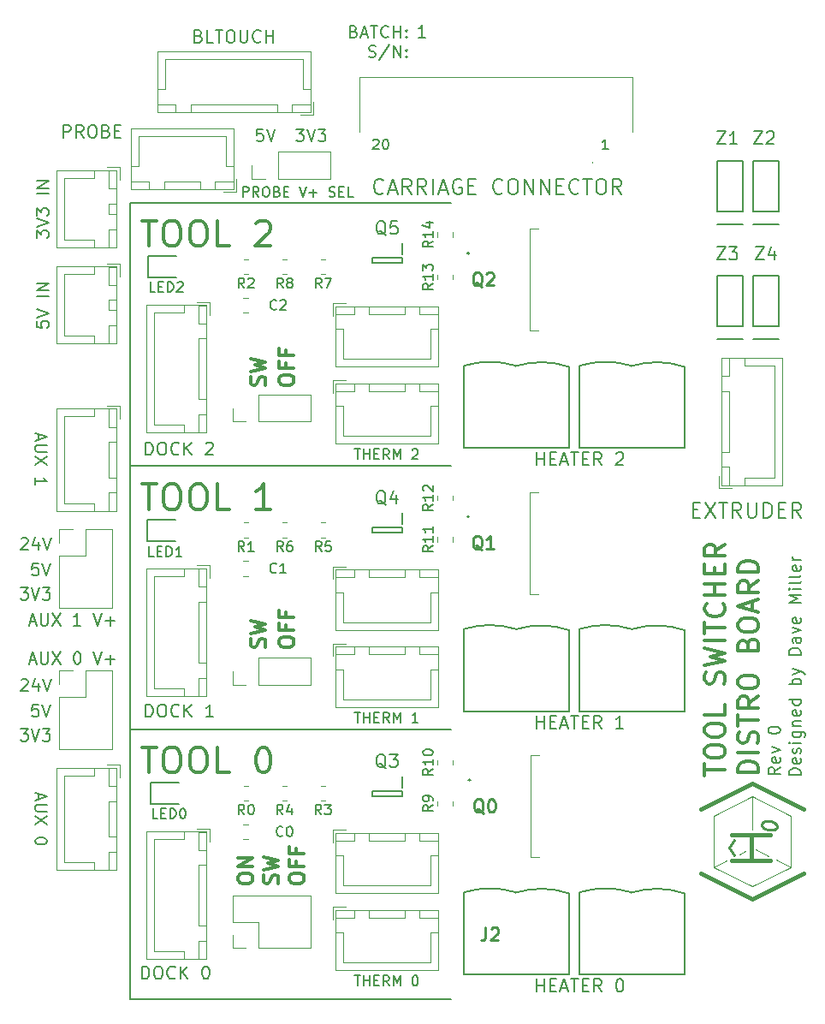
<source format=gbr>
%TF.GenerationSoftware,KiCad,Pcbnew,(5.1.9)-1*%
%TF.CreationDate,2021-01-06T12:08:29+00:00*%
%TF.ProjectId,switcherv0,73776974-6368-4657-9276-302e6b696361,rev?*%
%TF.SameCoordinates,Original*%
%TF.FileFunction,Legend,Top*%
%TF.FilePolarity,Positive*%
%FSLAX46Y46*%
G04 Gerber Fmt 4.6, Leading zero omitted, Abs format (unit mm)*
G04 Created by KiCad (PCBNEW (5.1.9)-1) date 2021-01-06 12:08:29*
%MOMM*%
%LPD*%
G01*
G04 APERTURE LIST*
%ADD10C,0.150000*%
%ADD11C,0.120000*%
%ADD12C,0.250000*%
%ADD13C,0.400000*%
%ADD14C,0.300000*%
%ADD15C,0.200000*%
%ADD16C,0.100000*%
%ADD17C,0.254000*%
G04 APERTURE END LIST*
D10*
X85509285Y-94488857D02*
X86252142Y-94488857D01*
X85852142Y-94946000D01*
X86023571Y-94946000D01*
X86137857Y-95003142D01*
X86195000Y-95060285D01*
X86252142Y-95174571D01*
X86252142Y-95460285D01*
X86195000Y-95574571D01*
X86137857Y-95631714D01*
X86023571Y-95688857D01*
X85680714Y-95688857D01*
X85566428Y-95631714D01*
X85509285Y-95574571D01*
X86595000Y-94488857D02*
X86995000Y-95688857D01*
X87395000Y-94488857D01*
X87680714Y-94488857D02*
X88423571Y-94488857D01*
X88023571Y-94946000D01*
X88195000Y-94946000D01*
X88309285Y-95003142D01*
X88366428Y-95060285D01*
X88423571Y-95174571D01*
X88423571Y-95460285D01*
X88366428Y-95574571D01*
X88309285Y-95631714D01*
X88195000Y-95688857D01*
X87852142Y-95688857D01*
X87737857Y-95631714D01*
X87680714Y-95574571D01*
X82223928Y-94488857D02*
X81652500Y-94488857D01*
X81595357Y-95060285D01*
X81652500Y-95003142D01*
X81766785Y-94946000D01*
X82052500Y-94946000D01*
X82166785Y-95003142D01*
X82223928Y-95060285D01*
X82281071Y-95174571D01*
X82281071Y-95460285D01*
X82223928Y-95574571D01*
X82166785Y-95631714D01*
X82052500Y-95688857D01*
X81766785Y-95688857D01*
X81652500Y-95631714D01*
X81595357Y-95574571D01*
X82623928Y-94488857D02*
X83023928Y-95688857D01*
X83423928Y-94488857D01*
X93120595Y-95582619D02*
X93168214Y-95535000D01*
X93263452Y-95487380D01*
X93501547Y-95487380D01*
X93596785Y-95535000D01*
X93644404Y-95582619D01*
X93692023Y-95677857D01*
X93692023Y-95773095D01*
X93644404Y-95915952D01*
X93072976Y-96487380D01*
X93692023Y-96487380D01*
X94311071Y-95487380D02*
X94406309Y-95487380D01*
X94501547Y-95535000D01*
X94549166Y-95582619D01*
X94596785Y-95677857D01*
X94644404Y-95868333D01*
X94644404Y-96106428D01*
X94596785Y-96296904D01*
X94549166Y-96392142D01*
X94501547Y-96439761D01*
X94406309Y-96487380D01*
X94311071Y-96487380D01*
X94215833Y-96439761D01*
X94168214Y-96392142D01*
X94120595Y-96296904D01*
X94072976Y-96106428D01*
X94072976Y-95868333D01*
X94120595Y-95677857D01*
X94168214Y-95582619D01*
X94215833Y-95535000D01*
X94311071Y-95487380D01*
X116393214Y-96487380D02*
X115821785Y-96487380D01*
X116107500Y-96487380D02*
X116107500Y-95487380D01*
X116012261Y-95630238D01*
X115917023Y-95725476D01*
X115821785Y-95773095D01*
X69117500Y-127785000D02*
X69117500Y-101750000D01*
X69117500Y-101750000D02*
X100867500Y-101750000D01*
X69117500Y-153820000D02*
X100867500Y-153820000D01*
X69117500Y-180490000D02*
X69117500Y-153820000D01*
X98323285Y-85401857D02*
X97637571Y-85401857D01*
X97980428Y-85401857D02*
X97980428Y-84201857D01*
X97866142Y-84373285D01*
X97751857Y-84487571D01*
X97637571Y-84544714D01*
X91220285Y-84814285D02*
X91391714Y-84871428D01*
X91448857Y-84928571D01*
X91506000Y-85042857D01*
X91506000Y-85214285D01*
X91448857Y-85328571D01*
X91391714Y-85385714D01*
X91277428Y-85442857D01*
X90820285Y-85442857D01*
X90820285Y-84242857D01*
X91220285Y-84242857D01*
X91334571Y-84300000D01*
X91391714Y-84357142D01*
X91448857Y-84471428D01*
X91448857Y-84585714D01*
X91391714Y-84700000D01*
X91334571Y-84757142D01*
X91220285Y-84814285D01*
X90820285Y-84814285D01*
X91963142Y-85100000D02*
X92534571Y-85100000D01*
X91848857Y-85442857D02*
X92248857Y-84242857D01*
X92648857Y-85442857D01*
X92877428Y-84242857D02*
X93563142Y-84242857D01*
X93220285Y-85442857D02*
X93220285Y-84242857D01*
X94648857Y-85328571D02*
X94591714Y-85385714D01*
X94420285Y-85442857D01*
X94306000Y-85442857D01*
X94134571Y-85385714D01*
X94020285Y-85271428D01*
X93963142Y-85157142D01*
X93906000Y-84928571D01*
X93906000Y-84757142D01*
X93963142Y-84528571D01*
X94020285Y-84414285D01*
X94134571Y-84300000D01*
X94306000Y-84242857D01*
X94420285Y-84242857D01*
X94591714Y-84300000D01*
X94648857Y-84357142D01*
X95163142Y-85442857D02*
X95163142Y-84242857D01*
X95163142Y-84814285D02*
X95848857Y-84814285D01*
X95848857Y-85442857D02*
X95848857Y-84242857D01*
X96420285Y-85328571D02*
X96477428Y-85385714D01*
X96420285Y-85442857D01*
X96363142Y-85385714D01*
X96420285Y-85328571D01*
X96420285Y-85442857D01*
X96420285Y-84700000D02*
X96477428Y-84757142D01*
X96420285Y-84814285D01*
X96363142Y-84757142D01*
X96420285Y-84700000D01*
X96420285Y-84814285D01*
X92706000Y-87335714D02*
X92877428Y-87392857D01*
X93163142Y-87392857D01*
X93277428Y-87335714D01*
X93334571Y-87278571D01*
X93391714Y-87164285D01*
X93391714Y-87050000D01*
X93334571Y-86935714D01*
X93277428Y-86878571D01*
X93163142Y-86821428D01*
X92934571Y-86764285D01*
X92820285Y-86707142D01*
X92763142Y-86650000D01*
X92706000Y-86535714D01*
X92706000Y-86421428D01*
X92763142Y-86307142D01*
X92820285Y-86250000D01*
X92934571Y-86192857D01*
X93220285Y-86192857D01*
X93391714Y-86250000D01*
X94763142Y-86135714D02*
X93734571Y-87678571D01*
X95163142Y-87392857D02*
X95163142Y-86192857D01*
X95848857Y-87392857D01*
X95848857Y-86192857D01*
X96420285Y-87278571D02*
X96477428Y-87335714D01*
X96420285Y-87392857D01*
X96363142Y-87335714D01*
X96420285Y-87278571D01*
X96420285Y-87392857D01*
X96420285Y-86650000D02*
X96477428Y-86707142D01*
X96420285Y-86764285D01*
X96363142Y-86707142D01*
X96420285Y-86650000D01*
X96420285Y-86764285D01*
X135446357Y-158364500D02*
X134246357Y-158364500D01*
X134246357Y-158078785D01*
X134303500Y-157907357D01*
X134417785Y-157793071D01*
X134532071Y-157735928D01*
X134760642Y-157678785D01*
X134932071Y-157678785D01*
X135160642Y-157735928D01*
X135274928Y-157793071D01*
X135389214Y-157907357D01*
X135446357Y-158078785D01*
X135446357Y-158364500D01*
X135389214Y-156707357D02*
X135446357Y-156821642D01*
X135446357Y-157050214D01*
X135389214Y-157164500D01*
X135274928Y-157221642D01*
X134817785Y-157221642D01*
X134703500Y-157164500D01*
X134646357Y-157050214D01*
X134646357Y-156821642D01*
X134703500Y-156707357D01*
X134817785Y-156650214D01*
X134932071Y-156650214D01*
X135046357Y-157221642D01*
X135389214Y-156193071D02*
X135446357Y-156078785D01*
X135446357Y-155850214D01*
X135389214Y-155735928D01*
X135274928Y-155678785D01*
X135217785Y-155678785D01*
X135103500Y-155735928D01*
X135046357Y-155850214D01*
X135046357Y-156021642D01*
X134989214Y-156135928D01*
X134874928Y-156193071D01*
X134817785Y-156193071D01*
X134703500Y-156135928D01*
X134646357Y-156021642D01*
X134646357Y-155850214D01*
X134703500Y-155735928D01*
X135446357Y-155164500D02*
X134646357Y-155164500D01*
X134246357Y-155164500D02*
X134303500Y-155221642D01*
X134360642Y-155164500D01*
X134303500Y-155107357D01*
X134246357Y-155164500D01*
X134360642Y-155164500D01*
X134646357Y-154078785D02*
X135617785Y-154078785D01*
X135732071Y-154135928D01*
X135789214Y-154193071D01*
X135846357Y-154307357D01*
X135846357Y-154478785D01*
X135789214Y-154593071D01*
X135389214Y-154078785D02*
X135446357Y-154193071D01*
X135446357Y-154421642D01*
X135389214Y-154535928D01*
X135332071Y-154593071D01*
X135217785Y-154650214D01*
X134874928Y-154650214D01*
X134760642Y-154593071D01*
X134703500Y-154535928D01*
X134646357Y-154421642D01*
X134646357Y-154193071D01*
X134703500Y-154078785D01*
X134646357Y-153507357D02*
X135446357Y-153507357D01*
X134760642Y-153507357D02*
X134703500Y-153450214D01*
X134646357Y-153335928D01*
X134646357Y-153164500D01*
X134703500Y-153050214D01*
X134817785Y-152993071D01*
X135446357Y-152993071D01*
X135389214Y-151964500D02*
X135446357Y-152078785D01*
X135446357Y-152307357D01*
X135389214Y-152421642D01*
X135274928Y-152478785D01*
X134817785Y-152478785D01*
X134703500Y-152421642D01*
X134646357Y-152307357D01*
X134646357Y-152078785D01*
X134703500Y-151964500D01*
X134817785Y-151907357D01*
X134932071Y-151907357D01*
X135046357Y-152478785D01*
X135446357Y-150878785D02*
X134246357Y-150878785D01*
X135389214Y-150878785D02*
X135446357Y-150993071D01*
X135446357Y-151221642D01*
X135389214Y-151335928D01*
X135332071Y-151393071D01*
X135217785Y-151450214D01*
X134874928Y-151450214D01*
X134760642Y-151393071D01*
X134703500Y-151335928D01*
X134646357Y-151221642D01*
X134646357Y-150993071D01*
X134703500Y-150878785D01*
X135446357Y-149393071D02*
X134246357Y-149393071D01*
X134703500Y-149393071D02*
X134646357Y-149278785D01*
X134646357Y-149050214D01*
X134703500Y-148935928D01*
X134760642Y-148878785D01*
X134874928Y-148821642D01*
X135217785Y-148821642D01*
X135332071Y-148878785D01*
X135389214Y-148935928D01*
X135446357Y-149050214D01*
X135446357Y-149278785D01*
X135389214Y-149393071D01*
X134646357Y-148421642D02*
X135446357Y-148135928D01*
X134646357Y-147850214D02*
X135446357Y-148135928D01*
X135732071Y-148250214D01*
X135789214Y-148307357D01*
X135846357Y-148421642D01*
X135446357Y-146478785D02*
X134246357Y-146478785D01*
X134246357Y-146193071D01*
X134303500Y-146021642D01*
X134417785Y-145907357D01*
X134532071Y-145850214D01*
X134760642Y-145793071D01*
X134932071Y-145793071D01*
X135160642Y-145850214D01*
X135274928Y-145907357D01*
X135389214Y-146021642D01*
X135446357Y-146193071D01*
X135446357Y-146478785D01*
X135446357Y-144764500D02*
X134817785Y-144764500D01*
X134703500Y-144821642D01*
X134646357Y-144935928D01*
X134646357Y-145164500D01*
X134703500Y-145278785D01*
X135389214Y-144764500D02*
X135446357Y-144878785D01*
X135446357Y-145164500D01*
X135389214Y-145278785D01*
X135274928Y-145335928D01*
X135160642Y-145335928D01*
X135046357Y-145278785D01*
X134989214Y-145164500D01*
X134989214Y-144878785D01*
X134932071Y-144764500D01*
X134646357Y-144307357D02*
X135446357Y-144021642D01*
X134646357Y-143735928D01*
X135389214Y-142821642D02*
X135446357Y-142935928D01*
X135446357Y-143164500D01*
X135389214Y-143278785D01*
X135274928Y-143335928D01*
X134817785Y-143335928D01*
X134703500Y-143278785D01*
X134646357Y-143164500D01*
X134646357Y-142935928D01*
X134703500Y-142821642D01*
X134817785Y-142764500D01*
X134932071Y-142764500D01*
X135046357Y-143335928D01*
X135446357Y-141335928D02*
X134246357Y-141335928D01*
X135103500Y-140935928D01*
X134246357Y-140535928D01*
X135446357Y-140535928D01*
X135446357Y-139964500D02*
X134646357Y-139964500D01*
X134246357Y-139964500D02*
X134303500Y-140021642D01*
X134360642Y-139964500D01*
X134303500Y-139907357D01*
X134246357Y-139964500D01*
X134360642Y-139964500D01*
X135446357Y-139221642D02*
X135389214Y-139335928D01*
X135274928Y-139393071D01*
X134246357Y-139393071D01*
X135446357Y-138593071D02*
X135389214Y-138707357D01*
X135274928Y-138764500D01*
X134246357Y-138764500D01*
X135389214Y-137678785D02*
X135446357Y-137793071D01*
X135446357Y-138021642D01*
X135389214Y-138135928D01*
X135274928Y-138193071D01*
X134817785Y-138193071D01*
X134703500Y-138135928D01*
X134646357Y-138021642D01*
X134646357Y-137793071D01*
X134703500Y-137678785D01*
X134817785Y-137621642D01*
X134932071Y-137621642D01*
X135046357Y-138193071D01*
X135446357Y-137107357D02*
X134646357Y-137107357D01*
X134874928Y-137107357D02*
X134760642Y-137050214D01*
X134703500Y-136993071D01*
X134646357Y-136878785D01*
X134646357Y-136764500D01*
D11*
X130979200Y-165732600D02*
X132274600Y-166380300D01*
X133011200Y-166748600D02*
X134459000Y-167472500D01*
X129353600Y-166215200D02*
X129950500Y-165910400D01*
X126839000Y-167472500D02*
X128121700Y-166824800D01*
D12*
X131605571Y-163317437D02*
X131605571Y-163174580D01*
X131677000Y-163040651D01*
X131748428Y-162978151D01*
X131891285Y-162924580D01*
X132177000Y-162888866D01*
X132534142Y-162933508D01*
X132819857Y-163040651D01*
X132962714Y-163129937D01*
X133034142Y-163210294D01*
X133105571Y-163362080D01*
X133105571Y-163504937D01*
X133034142Y-163638866D01*
X132962714Y-163701366D01*
X132819857Y-163754937D01*
X132534142Y-163790651D01*
X132177000Y-163746008D01*
X131891285Y-163638866D01*
X131748428Y-163549580D01*
X131677000Y-163469223D01*
X131605571Y-163317437D01*
X128363000Y-165567500D02*
X128871000Y-164805500D01*
X128871000Y-166329500D02*
X128363000Y-165567500D01*
D13*
X130522000Y-164297500D02*
X130522000Y-166837500D01*
X128617000Y-164297500D02*
X132427000Y-164297500D01*
X128617000Y-166837500D02*
X132427000Y-166837500D01*
X130649000Y-159217500D02*
X135729000Y-161757500D01*
X125569000Y-161757500D02*
X130649000Y-159217500D01*
X130649000Y-170647500D02*
X135729000Y-168107500D01*
X125569000Y-168107500D02*
X130649000Y-170647500D01*
D11*
X130649000Y-163789500D02*
X130649000Y-160487500D01*
X134459000Y-162392500D02*
X134459000Y-167472500D01*
X130649000Y-160487500D02*
X134459000Y-162392500D01*
X126839000Y-162392500D02*
X130649000Y-160487500D01*
X126839000Y-167472500D02*
X126839000Y-162392500D01*
X126839000Y-167472500D02*
X130649000Y-169377500D01*
X130649000Y-169377500D02*
X134459000Y-167472500D01*
D10*
X133414357Y-157577071D02*
X132842928Y-157977071D01*
X133414357Y-158262785D02*
X132214357Y-158262785D01*
X132214357Y-157805642D01*
X132271500Y-157691357D01*
X132328642Y-157634214D01*
X132442928Y-157577071D01*
X132614357Y-157577071D01*
X132728642Y-157634214D01*
X132785785Y-157691357D01*
X132842928Y-157805642D01*
X132842928Y-158262785D01*
X133357214Y-156605642D02*
X133414357Y-156719928D01*
X133414357Y-156948500D01*
X133357214Y-157062785D01*
X133242928Y-157119928D01*
X132785785Y-157119928D01*
X132671500Y-157062785D01*
X132614357Y-156948500D01*
X132614357Y-156719928D01*
X132671500Y-156605642D01*
X132785785Y-156548500D01*
X132900071Y-156548500D01*
X133014357Y-157119928D01*
X132614357Y-156148500D02*
X133414357Y-155862785D01*
X132614357Y-155577071D01*
X132214357Y-153977071D02*
X132214357Y-153862785D01*
X132271500Y-153748500D01*
X132328642Y-153691357D01*
X132442928Y-153634214D01*
X132671500Y-153577071D01*
X132957214Y-153577071D01*
X133185785Y-153634214D01*
X133300071Y-153691357D01*
X133357214Y-153748500D01*
X133414357Y-153862785D01*
X133414357Y-153977071D01*
X133357214Y-154091357D01*
X133300071Y-154148500D01*
X133185785Y-154205642D01*
X132957214Y-154262785D01*
X132671500Y-154262785D01*
X132442928Y-154205642D01*
X132328642Y-154148500D01*
X132271500Y-154091357D01*
X132214357Y-153977071D01*
D14*
X125935261Y-158387523D02*
X125935261Y-157244666D01*
X127935261Y-157816095D02*
X125935261Y-157816095D01*
X125935261Y-156197047D02*
X125935261Y-155816095D01*
X126030500Y-155625619D01*
X126220976Y-155435142D01*
X126601928Y-155339904D01*
X127268595Y-155339904D01*
X127649547Y-155435142D01*
X127840023Y-155625619D01*
X127935261Y-155816095D01*
X127935261Y-156197047D01*
X127840023Y-156387523D01*
X127649547Y-156578000D01*
X127268595Y-156673238D01*
X126601928Y-156673238D01*
X126220976Y-156578000D01*
X126030500Y-156387523D01*
X125935261Y-156197047D01*
X125935261Y-154101809D02*
X125935261Y-153720857D01*
X126030500Y-153530380D01*
X126220976Y-153339904D01*
X126601928Y-153244666D01*
X127268595Y-153244666D01*
X127649547Y-153339904D01*
X127840023Y-153530380D01*
X127935261Y-153720857D01*
X127935261Y-154101809D01*
X127840023Y-154292285D01*
X127649547Y-154482761D01*
X127268595Y-154578000D01*
X126601928Y-154578000D01*
X126220976Y-154482761D01*
X126030500Y-154292285D01*
X125935261Y-154101809D01*
X127935261Y-151435142D02*
X127935261Y-152387523D01*
X125935261Y-152387523D01*
X127840023Y-149339904D02*
X127935261Y-149054190D01*
X127935261Y-148578000D01*
X127840023Y-148387523D01*
X127744785Y-148292285D01*
X127554309Y-148197047D01*
X127363833Y-148197047D01*
X127173357Y-148292285D01*
X127078119Y-148387523D01*
X126982880Y-148578000D01*
X126887642Y-148958952D01*
X126792404Y-149149428D01*
X126697166Y-149244666D01*
X126506690Y-149339904D01*
X126316214Y-149339904D01*
X126125738Y-149244666D01*
X126030500Y-149149428D01*
X125935261Y-148958952D01*
X125935261Y-148482761D01*
X126030500Y-148197047D01*
X125935261Y-147530380D02*
X127935261Y-147054190D01*
X126506690Y-146673238D01*
X127935261Y-146292285D01*
X125935261Y-145816095D01*
X127935261Y-145054190D02*
X125935261Y-145054190D01*
X125935261Y-144387523D02*
X125935261Y-143244666D01*
X127935261Y-143816095D02*
X125935261Y-143816095D01*
X127744785Y-141435142D02*
X127840023Y-141530380D01*
X127935261Y-141816095D01*
X127935261Y-142006571D01*
X127840023Y-142292285D01*
X127649547Y-142482761D01*
X127459071Y-142578000D01*
X127078119Y-142673238D01*
X126792404Y-142673238D01*
X126411452Y-142578000D01*
X126220976Y-142482761D01*
X126030500Y-142292285D01*
X125935261Y-142006571D01*
X125935261Y-141816095D01*
X126030500Y-141530380D01*
X126125738Y-141435142D01*
X127935261Y-140578000D02*
X125935261Y-140578000D01*
X126887642Y-140578000D02*
X126887642Y-139435142D01*
X127935261Y-139435142D02*
X125935261Y-139435142D01*
X126887642Y-138482761D02*
X126887642Y-137816095D01*
X127935261Y-137530380D02*
X127935261Y-138482761D01*
X125935261Y-138482761D01*
X125935261Y-137530380D01*
X127935261Y-135530380D02*
X126982880Y-136197047D01*
X127935261Y-136673238D02*
X125935261Y-136673238D01*
X125935261Y-135911333D01*
X126030500Y-135720857D01*
X126125738Y-135625619D01*
X126316214Y-135530380D01*
X126601928Y-135530380D01*
X126792404Y-135625619D01*
X126887642Y-135720857D01*
X126982880Y-135911333D01*
X126982880Y-136673238D01*
X131235261Y-158101809D02*
X129235261Y-158101809D01*
X129235261Y-157625619D01*
X129330500Y-157339904D01*
X129520976Y-157149428D01*
X129711452Y-157054190D01*
X130092404Y-156958952D01*
X130378119Y-156958952D01*
X130759071Y-157054190D01*
X130949547Y-157149428D01*
X131140023Y-157339904D01*
X131235261Y-157625619D01*
X131235261Y-158101809D01*
X131235261Y-156101809D02*
X129235261Y-156101809D01*
X131140023Y-155244666D02*
X131235261Y-154958952D01*
X131235261Y-154482761D01*
X131140023Y-154292285D01*
X131044785Y-154197047D01*
X130854309Y-154101809D01*
X130663833Y-154101809D01*
X130473357Y-154197047D01*
X130378119Y-154292285D01*
X130282880Y-154482761D01*
X130187642Y-154863714D01*
X130092404Y-155054190D01*
X129997166Y-155149428D01*
X129806690Y-155244666D01*
X129616214Y-155244666D01*
X129425738Y-155149428D01*
X129330500Y-155054190D01*
X129235261Y-154863714D01*
X129235261Y-154387523D01*
X129330500Y-154101809D01*
X129235261Y-153530380D02*
X129235261Y-152387523D01*
X131235261Y-152958952D02*
X129235261Y-152958952D01*
X131235261Y-150578000D02*
X130282880Y-151244666D01*
X131235261Y-151720857D02*
X129235261Y-151720857D01*
X129235261Y-150958952D01*
X129330500Y-150768476D01*
X129425738Y-150673238D01*
X129616214Y-150578000D01*
X129901928Y-150578000D01*
X130092404Y-150673238D01*
X130187642Y-150768476D01*
X130282880Y-150958952D01*
X130282880Y-151720857D01*
X129235261Y-149339904D02*
X129235261Y-148958952D01*
X129330500Y-148768476D01*
X129520976Y-148578000D01*
X129901928Y-148482761D01*
X130568595Y-148482761D01*
X130949547Y-148578000D01*
X131140023Y-148768476D01*
X131235261Y-148958952D01*
X131235261Y-149339904D01*
X131140023Y-149530380D01*
X130949547Y-149720857D01*
X130568595Y-149816095D01*
X129901928Y-149816095D01*
X129520976Y-149720857D01*
X129330500Y-149530380D01*
X129235261Y-149339904D01*
X130187642Y-145435142D02*
X130282880Y-145149428D01*
X130378119Y-145054190D01*
X130568595Y-144958952D01*
X130854309Y-144958952D01*
X131044785Y-145054190D01*
X131140023Y-145149428D01*
X131235261Y-145339904D01*
X131235261Y-146101809D01*
X129235261Y-146101809D01*
X129235261Y-145435142D01*
X129330500Y-145244666D01*
X129425738Y-145149428D01*
X129616214Y-145054190D01*
X129806690Y-145054190D01*
X129997166Y-145149428D01*
X130092404Y-145244666D01*
X130187642Y-145435142D01*
X130187642Y-146101809D01*
X129235261Y-143720857D02*
X129235261Y-143339904D01*
X129330500Y-143149428D01*
X129520976Y-142958952D01*
X129901928Y-142863714D01*
X130568595Y-142863714D01*
X130949547Y-142958952D01*
X131140023Y-143149428D01*
X131235261Y-143339904D01*
X131235261Y-143720857D01*
X131140023Y-143911333D01*
X130949547Y-144101809D01*
X130568595Y-144197047D01*
X129901928Y-144197047D01*
X129520976Y-144101809D01*
X129330500Y-143911333D01*
X129235261Y-143720857D01*
X130663833Y-142101809D02*
X130663833Y-141149428D01*
X131235261Y-142292285D02*
X129235261Y-141625619D01*
X131235261Y-140958952D01*
X131235261Y-139149428D02*
X130282880Y-139816095D01*
X131235261Y-140292285D02*
X129235261Y-140292285D01*
X129235261Y-139530380D01*
X129330500Y-139339904D01*
X129425738Y-139244666D01*
X129616214Y-139149428D01*
X129901928Y-139149428D01*
X130092404Y-139244666D01*
X130187642Y-139339904D01*
X130282880Y-139530380D01*
X130282880Y-140292285D01*
X131235261Y-138292285D02*
X129235261Y-138292285D01*
X129235261Y-137816095D01*
X129330500Y-137530380D01*
X129520976Y-137339904D01*
X129711452Y-137244666D01*
X130092404Y-137149428D01*
X130378119Y-137149428D01*
X130759071Y-137244666D01*
X130949547Y-137339904D01*
X131140023Y-137530380D01*
X131235261Y-137816095D01*
X131235261Y-138292285D01*
D10*
X69117500Y-127785000D02*
X100867500Y-127785000D01*
X69117500Y-153820000D02*
X69117500Y-127785000D01*
X100867500Y-180490000D02*
X69117500Y-180490000D01*
X60027500Y-124635714D02*
X60027500Y-125207142D01*
X59684642Y-124521428D02*
X60884642Y-124921428D01*
X59684642Y-125321428D01*
X60884642Y-125721428D02*
X59913214Y-125721428D01*
X59798928Y-125778571D01*
X59741785Y-125835714D01*
X59684642Y-125950000D01*
X59684642Y-126178571D01*
X59741785Y-126292857D01*
X59798928Y-126350000D01*
X59913214Y-126407142D01*
X60884642Y-126407142D01*
X60884642Y-126864285D02*
X59684642Y-127664285D01*
X60884642Y-127664285D02*
X59684642Y-126864285D01*
X59684642Y-129664285D02*
X59684642Y-128978571D01*
X59684642Y-129321428D02*
X60884642Y-129321428D01*
X60713214Y-129207142D01*
X60598928Y-129092857D01*
X60541785Y-128978571D01*
X60027500Y-160195714D02*
X60027500Y-160767142D01*
X59684642Y-160081428D02*
X60884642Y-160481428D01*
X59684642Y-160881428D01*
X60884642Y-161281428D02*
X59913214Y-161281428D01*
X59798928Y-161338571D01*
X59741785Y-161395714D01*
X59684642Y-161510000D01*
X59684642Y-161738571D01*
X59741785Y-161852857D01*
X59798928Y-161910000D01*
X59913214Y-161967142D01*
X60884642Y-161967142D01*
X60884642Y-162424285D02*
X59684642Y-163224285D01*
X60884642Y-163224285D02*
X59684642Y-162424285D01*
X60884642Y-164824285D02*
X60884642Y-164938571D01*
X60827500Y-165052857D01*
X60770357Y-165110000D01*
X60656071Y-165167142D01*
X60427500Y-165224285D01*
X60141785Y-165224285D01*
X59913214Y-165167142D01*
X59798928Y-165110000D01*
X59741785Y-165052857D01*
X59684642Y-164938571D01*
X59684642Y-164824285D01*
X59741785Y-164710000D01*
X59798928Y-164652857D01*
X59913214Y-164595714D01*
X60141785Y-164538571D01*
X60427500Y-164538571D01*
X60656071Y-164595714D01*
X60770357Y-164652857D01*
X60827500Y-164710000D01*
X60884642Y-164824285D01*
X59173928Y-143225000D02*
X59745357Y-143225000D01*
X59059642Y-143567857D02*
X59459642Y-142367857D01*
X59859642Y-143567857D01*
X60259642Y-142367857D02*
X60259642Y-143339285D01*
X60316785Y-143453571D01*
X60373928Y-143510714D01*
X60488214Y-143567857D01*
X60716785Y-143567857D01*
X60831071Y-143510714D01*
X60888214Y-143453571D01*
X60945357Y-143339285D01*
X60945357Y-142367857D01*
X61402500Y-142367857D02*
X62202500Y-143567857D01*
X62202500Y-142367857D02*
X61402500Y-143567857D01*
X64202500Y-143567857D02*
X63516785Y-143567857D01*
X63859642Y-143567857D02*
X63859642Y-142367857D01*
X63745357Y-142539285D01*
X63631071Y-142653571D01*
X63516785Y-142710714D01*
X65459642Y-142367857D02*
X65859642Y-143567857D01*
X66259642Y-142367857D01*
X66659642Y-143110714D02*
X67573928Y-143110714D01*
X67116785Y-143567857D02*
X67116785Y-142653571D01*
X59173928Y-147035000D02*
X59745357Y-147035000D01*
X59059642Y-147377857D02*
X59459642Y-146177857D01*
X59859642Y-147377857D01*
X60259642Y-146177857D02*
X60259642Y-147149285D01*
X60316785Y-147263571D01*
X60373928Y-147320714D01*
X60488214Y-147377857D01*
X60716785Y-147377857D01*
X60831071Y-147320714D01*
X60888214Y-147263571D01*
X60945357Y-147149285D01*
X60945357Y-146177857D01*
X61402500Y-146177857D02*
X62202500Y-147377857D01*
X62202500Y-146177857D02*
X61402500Y-147377857D01*
X63802500Y-146177857D02*
X63916785Y-146177857D01*
X64031071Y-146235000D01*
X64088214Y-146292142D01*
X64145357Y-146406428D01*
X64202500Y-146635000D01*
X64202500Y-146920714D01*
X64145357Y-147149285D01*
X64088214Y-147263571D01*
X64031071Y-147320714D01*
X63916785Y-147377857D01*
X63802500Y-147377857D01*
X63688214Y-147320714D01*
X63631071Y-147263571D01*
X63573928Y-147149285D01*
X63516785Y-146920714D01*
X63516785Y-146635000D01*
X63573928Y-146406428D01*
X63631071Y-146292142D01*
X63688214Y-146235000D01*
X63802500Y-146177857D01*
X65459642Y-146177857D02*
X65859642Y-147377857D01*
X66259642Y-146177857D01*
X66659642Y-146920714D02*
X67573928Y-146920714D01*
X67116785Y-147377857D02*
X67116785Y-146463571D01*
X58233785Y-153797857D02*
X58976642Y-153797857D01*
X58576642Y-154255000D01*
X58748071Y-154255000D01*
X58862357Y-154312142D01*
X58919500Y-154369285D01*
X58976642Y-154483571D01*
X58976642Y-154769285D01*
X58919500Y-154883571D01*
X58862357Y-154940714D01*
X58748071Y-154997857D01*
X58405214Y-154997857D01*
X58290928Y-154940714D01*
X58233785Y-154883571D01*
X59319500Y-153797857D02*
X59719500Y-154997857D01*
X60119500Y-153797857D01*
X60405214Y-153797857D02*
X61148071Y-153797857D01*
X60748071Y-154255000D01*
X60919500Y-154255000D01*
X61033785Y-154312142D01*
X61090928Y-154369285D01*
X61148071Y-154483571D01*
X61148071Y-154769285D01*
X61090928Y-154883571D01*
X61033785Y-154940714D01*
X60919500Y-154997857D01*
X60576642Y-154997857D01*
X60462357Y-154940714D01*
X60405214Y-154883571D01*
X58290928Y-148959142D02*
X58348071Y-148902000D01*
X58462357Y-148844857D01*
X58748071Y-148844857D01*
X58862357Y-148902000D01*
X58919500Y-148959142D01*
X58976642Y-149073428D01*
X58976642Y-149187714D01*
X58919500Y-149359142D01*
X58233785Y-150044857D01*
X58976642Y-150044857D01*
X60005214Y-149244857D02*
X60005214Y-150044857D01*
X59719500Y-148787714D02*
X59433785Y-149644857D01*
X60176642Y-149644857D01*
X60462357Y-148844857D02*
X60862357Y-150044857D01*
X61262357Y-148844857D01*
X59998928Y-151384857D02*
X59427500Y-151384857D01*
X59370357Y-151956285D01*
X59427500Y-151899142D01*
X59541785Y-151842000D01*
X59827500Y-151842000D01*
X59941785Y-151899142D01*
X59998928Y-151956285D01*
X60056071Y-152070571D01*
X60056071Y-152356285D01*
X59998928Y-152470571D01*
X59941785Y-152527714D01*
X59827500Y-152584857D01*
X59541785Y-152584857D01*
X59427500Y-152527714D01*
X59370357Y-152470571D01*
X60398928Y-151384857D02*
X60798928Y-152584857D01*
X61198928Y-151384857D01*
X58233785Y-139827857D02*
X58976642Y-139827857D01*
X58576642Y-140285000D01*
X58748071Y-140285000D01*
X58862357Y-140342142D01*
X58919500Y-140399285D01*
X58976642Y-140513571D01*
X58976642Y-140799285D01*
X58919500Y-140913571D01*
X58862357Y-140970714D01*
X58748071Y-141027857D01*
X58405214Y-141027857D01*
X58290928Y-140970714D01*
X58233785Y-140913571D01*
X59319500Y-139827857D02*
X59719500Y-141027857D01*
X60119500Y-139827857D01*
X60405214Y-139827857D02*
X61148071Y-139827857D01*
X60748071Y-140285000D01*
X60919500Y-140285000D01*
X61033785Y-140342142D01*
X61090928Y-140399285D01*
X61148071Y-140513571D01*
X61148071Y-140799285D01*
X61090928Y-140913571D01*
X61033785Y-140970714D01*
X60919500Y-141027857D01*
X60576642Y-141027857D01*
X60462357Y-140970714D01*
X60405214Y-140913571D01*
X59998928Y-137414857D02*
X59427500Y-137414857D01*
X59370357Y-137986285D01*
X59427500Y-137929142D01*
X59541785Y-137872000D01*
X59827500Y-137872000D01*
X59941785Y-137929142D01*
X59998928Y-137986285D01*
X60056071Y-138100571D01*
X60056071Y-138386285D01*
X59998928Y-138500571D01*
X59941785Y-138557714D01*
X59827500Y-138614857D01*
X59541785Y-138614857D01*
X59427500Y-138557714D01*
X59370357Y-138500571D01*
X60398928Y-137414857D02*
X60798928Y-138614857D01*
X61198928Y-137414857D01*
X58290928Y-134989142D02*
X58348071Y-134932000D01*
X58462357Y-134874857D01*
X58748071Y-134874857D01*
X58862357Y-134932000D01*
X58919500Y-134989142D01*
X58976642Y-135103428D01*
X58976642Y-135217714D01*
X58919500Y-135389142D01*
X58233785Y-136074857D01*
X58976642Y-136074857D01*
X60005214Y-135274857D02*
X60005214Y-136074857D01*
X59719500Y-134817714D02*
X59433785Y-135674857D01*
X60176642Y-135674857D01*
X60462357Y-134874857D02*
X60862357Y-136074857D01*
X61262357Y-134874857D01*
D14*
X82419642Y-119799714D02*
X82491071Y-119585428D01*
X82491071Y-119228285D01*
X82419642Y-119085428D01*
X82348214Y-119014000D01*
X82205357Y-118942571D01*
X82062500Y-118942571D01*
X81919642Y-119014000D01*
X81848214Y-119085428D01*
X81776785Y-119228285D01*
X81705357Y-119514000D01*
X81633928Y-119656857D01*
X81562500Y-119728285D01*
X81419642Y-119799714D01*
X81276785Y-119799714D01*
X81133928Y-119728285D01*
X81062500Y-119656857D01*
X80991071Y-119514000D01*
X80991071Y-119156857D01*
X81062500Y-118942571D01*
X80991071Y-118442571D02*
X82491071Y-118085428D01*
X81419642Y-117799714D01*
X82491071Y-117514000D01*
X80991071Y-117156857D01*
X83790071Y-119434571D02*
X83790071Y-119148857D01*
X83861500Y-119006000D01*
X84004357Y-118863142D01*
X84290071Y-118791714D01*
X84790071Y-118791714D01*
X85075785Y-118863142D01*
X85218642Y-119006000D01*
X85290071Y-119148857D01*
X85290071Y-119434571D01*
X85218642Y-119577428D01*
X85075785Y-119720285D01*
X84790071Y-119791714D01*
X84290071Y-119791714D01*
X84004357Y-119720285D01*
X83861500Y-119577428D01*
X83790071Y-119434571D01*
X84504357Y-117648857D02*
X84504357Y-118148857D01*
X85290071Y-118148857D02*
X83790071Y-118148857D01*
X83790071Y-117434571D01*
X84504357Y-116363142D02*
X84504357Y-116863142D01*
X85290071Y-116863142D02*
X83790071Y-116863142D01*
X83790071Y-116148857D01*
D15*
X124756071Y-132122857D02*
X125256071Y-132122857D01*
X125470357Y-132908571D02*
X124756071Y-132908571D01*
X124756071Y-131408571D01*
X125470357Y-131408571D01*
X125970357Y-131408571D02*
X126970357Y-132908571D01*
X126970357Y-131408571D02*
X125970357Y-132908571D01*
X127327500Y-131408571D02*
X128184642Y-131408571D01*
X127756071Y-132908571D02*
X127756071Y-131408571D01*
X129541785Y-132908571D02*
X129041785Y-132194285D01*
X128684642Y-132908571D02*
X128684642Y-131408571D01*
X129256071Y-131408571D01*
X129398928Y-131480000D01*
X129470357Y-131551428D01*
X129541785Y-131694285D01*
X129541785Y-131908571D01*
X129470357Y-132051428D01*
X129398928Y-132122857D01*
X129256071Y-132194285D01*
X128684642Y-132194285D01*
X130184642Y-131408571D02*
X130184642Y-132622857D01*
X130256071Y-132765714D01*
X130327500Y-132837142D01*
X130470357Y-132908571D01*
X130756071Y-132908571D01*
X130898928Y-132837142D01*
X130970357Y-132765714D01*
X131041785Y-132622857D01*
X131041785Y-131408571D01*
X131756071Y-132908571D02*
X131756071Y-131408571D01*
X132113214Y-131408571D01*
X132327500Y-131480000D01*
X132470357Y-131622857D01*
X132541785Y-131765714D01*
X132613214Y-132051428D01*
X132613214Y-132265714D01*
X132541785Y-132551428D01*
X132470357Y-132694285D01*
X132327500Y-132837142D01*
X132113214Y-132908571D01*
X131756071Y-132908571D01*
X133256071Y-132122857D02*
X133756071Y-132122857D01*
X133970357Y-132908571D02*
X133256071Y-132908571D01*
X133256071Y-131408571D01*
X133970357Y-131408571D01*
X135470357Y-132908571D02*
X134970357Y-132194285D01*
X134613214Y-132908571D02*
X134613214Y-131408571D01*
X135184642Y-131408571D01*
X135327500Y-131480000D01*
X135398928Y-131551428D01*
X135470357Y-131694285D01*
X135470357Y-131908571D01*
X135398928Y-132051428D01*
X135327500Y-132122857D01*
X135184642Y-132194285D01*
X134613214Y-132194285D01*
D14*
X70249404Y-103555952D02*
X71677976Y-103555952D01*
X70963690Y-106055952D02*
X70963690Y-103555952D01*
X72987500Y-103555952D02*
X73463690Y-103555952D01*
X73701785Y-103675000D01*
X73939880Y-103913095D01*
X74058928Y-104389285D01*
X74058928Y-105222619D01*
X73939880Y-105698809D01*
X73701785Y-105936904D01*
X73463690Y-106055952D01*
X72987500Y-106055952D01*
X72749404Y-105936904D01*
X72511309Y-105698809D01*
X72392261Y-105222619D01*
X72392261Y-104389285D01*
X72511309Y-103913095D01*
X72749404Y-103675000D01*
X72987500Y-103555952D01*
X75606547Y-103555952D02*
X76082738Y-103555952D01*
X76320833Y-103675000D01*
X76558928Y-103913095D01*
X76677976Y-104389285D01*
X76677976Y-105222619D01*
X76558928Y-105698809D01*
X76320833Y-105936904D01*
X76082738Y-106055952D01*
X75606547Y-106055952D01*
X75368452Y-105936904D01*
X75130357Y-105698809D01*
X75011309Y-105222619D01*
X75011309Y-104389285D01*
X75130357Y-103913095D01*
X75368452Y-103675000D01*
X75606547Y-103555952D01*
X78939880Y-106055952D02*
X77749404Y-106055952D01*
X77749404Y-103555952D01*
X81558928Y-103794047D02*
X81677976Y-103675000D01*
X81916071Y-103555952D01*
X82511309Y-103555952D01*
X82749404Y-103675000D01*
X82868452Y-103794047D01*
X82987500Y-104032142D01*
X82987500Y-104270238D01*
X82868452Y-104627380D01*
X81439880Y-106055952D01*
X82987500Y-106055952D01*
X70249404Y-129590952D02*
X71677976Y-129590952D01*
X70963690Y-132090952D02*
X70963690Y-129590952D01*
X72987500Y-129590952D02*
X73463690Y-129590952D01*
X73701785Y-129710000D01*
X73939880Y-129948095D01*
X74058928Y-130424285D01*
X74058928Y-131257619D01*
X73939880Y-131733809D01*
X73701785Y-131971904D01*
X73463690Y-132090952D01*
X72987500Y-132090952D01*
X72749404Y-131971904D01*
X72511309Y-131733809D01*
X72392261Y-131257619D01*
X72392261Y-130424285D01*
X72511309Y-129948095D01*
X72749404Y-129710000D01*
X72987500Y-129590952D01*
X75606547Y-129590952D02*
X76082738Y-129590952D01*
X76320833Y-129710000D01*
X76558928Y-129948095D01*
X76677976Y-130424285D01*
X76677976Y-131257619D01*
X76558928Y-131733809D01*
X76320833Y-131971904D01*
X76082738Y-132090952D01*
X75606547Y-132090952D01*
X75368452Y-131971904D01*
X75130357Y-131733809D01*
X75011309Y-131257619D01*
X75011309Y-130424285D01*
X75130357Y-129948095D01*
X75368452Y-129710000D01*
X75606547Y-129590952D01*
X78939880Y-132090952D02*
X77749404Y-132090952D01*
X77749404Y-129590952D01*
X82987500Y-132090952D02*
X81558928Y-132090952D01*
X82273214Y-132090952D02*
X82273214Y-129590952D01*
X82035119Y-129948095D01*
X81797023Y-130186190D01*
X81558928Y-130305238D01*
X82419642Y-145707714D02*
X82491071Y-145493428D01*
X82491071Y-145136285D01*
X82419642Y-144993428D01*
X82348214Y-144922000D01*
X82205357Y-144850571D01*
X82062500Y-144850571D01*
X81919642Y-144922000D01*
X81848214Y-144993428D01*
X81776785Y-145136285D01*
X81705357Y-145422000D01*
X81633928Y-145564857D01*
X81562500Y-145636285D01*
X81419642Y-145707714D01*
X81276785Y-145707714D01*
X81133928Y-145636285D01*
X81062500Y-145564857D01*
X80991071Y-145422000D01*
X80991071Y-145064857D01*
X81062500Y-144850571D01*
X80991071Y-144350571D02*
X82491071Y-143993428D01*
X81419642Y-143707714D01*
X82491071Y-143422000D01*
X80991071Y-143064857D01*
X83790071Y-145342571D02*
X83790071Y-145056857D01*
X83861500Y-144914000D01*
X84004357Y-144771142D01*
X84290071Y-144699714D01*
X84790071Y-144699714D01*
X85075785Y-144771142D01*
X85218642Y-144914000D01*
X85290071Y-145056857D01*
X85290071Y-145342571D01*
X85218642Y-145485428D01*
X85075785Y-145628285D01*
X84790071Y-145699714D01*
X84290071Y-145699714D01*
X84004357Y-145628285D01*
X83861500Y-145485428D01*
X83790071Y-145342571D01*
X84504357Y-143556857D02*
X84504357Y-144056857D01*
X85290071Y-144056857D02*
X83790071Y-144056857D01*
X83790071Y-143342571D01*
X84504357Y-142271142D02*
X84504357Y-142771142D01*
X85290071Y-142771142D02*
X83790071Y-142771142D01*
X83790071Y-142056857D01*
X70249404Y-155625952D02*
X71677976Y-155625952D01*
X70963690Y-158125952D02*
X70963690Y-155625952D01*
X72987500Y-155625952D02*
X73463690Y-155625952D01*
X73701785Y-155745000D01*
X73939880Y-155983095D01*
X74058928Y-156459285D01*
X74058928Y-157292619D01*
X73939880Y-157768809D01*
X73701785Y-158006904D01*
X73463690Y-158125952D01*
X72987500Y-158125952D01*
X72749404Y-158006904D01*
X72511309Y-157768809D01*
X72392261Y-157292619D01*
X72392261Y-156459285D01*
X72511309Y-155983095D01*
X72749404Y-155745000D01*
X72987500Y-155625952D01*
X75606547Y-155625952D02*
X76082738Y-155625952D01*
X76320833Y-155745000D01*
X76558928Y-155983095D01*
X76677976Y-156459285D01*
X76677976Y-157292619D01*
X76558928Y-157768809D01*
X76320833Y-158006904D01*
X76082738Y-158125952D01*
X75606547Y-158125952D01*
X75368452Y-158006904D01*
X75130357Y-157768809D01*
X75011309Y-157292619D01*
X75011309Y-156459285D01*
X75130357Y-155983095D01*
X75368452Y-155745000D01*
X75606547Y-155625952D01*
X78939880Y-158125952D02*
X77749404Y-158125952D01*
X77749404Y-155625952D01*
X82154166Y-155625952D02*
X82392261Y-155625952D01*
X82630357Y-155745000D01*
X82749404Y-155864047D01*
X82868452Y-156102142D01*
X82987500Y-156578333D01*
X82987500Y-157173571D01*
X82868452Y-157649761D01*
X82749404Y-157887857D01*
X82630357Y-158006904D01*
X82392261Y-158125952D01*
X82154166Y-158125952D01*
X81916071Y-158006904D01*
X81797023Y-157887857D01*
X81677976Y-157649761D01*
X81558928Y-157173571D01*
X81558928Y-156578333D01*
X81677976Y-156102142D01*
X81797023Y-155864047D01*
X81916071Y-155745000D01*
X82154166Y-155625952D01*
X79726071Y-168718571D02*
X79726071Y-168432857D01*
X79797500Y-168290000D01*
X79940357Y-168147142D01*
X80226071Y-168075714D01*
X80726071Y-168075714D01*
X81011785Y-168147142D01*
X81154642Y-168290000D01*
X81226071Y-168432857D01*
X81226071Y-168718571D01*
X81154642Y-168861428D01*
X81011785Y-169004285D01*
X80726071Y-169075714D01*
X80226071Y-169075714D01*
X79940357Y-169004285D01*
X79797500Y-168861428D01*
X79726071Y-168718571D01*
X81226071Y-167432857D02*
X79726071Y-167432857D01*
X81226071Y-166575714D01*
X79726071Y-166575714D01*
X83689642Y-169075714D02*
X83761071Y-168861428D01*
X83761071Y-168504285D01*
X83689642Y-168361428D01*
X83618214Y-168290000D01*
X83475357Y-168218571D01*
X83332500Y-168218571D01*
X83189642Y-168290000D01*
X83118214Y-168361428D01*
X83046785Y-168504285D01*
X82975357Y-168790000D01*
X82903928Y-168932857D01*
X82832500Y-169004285D01*
X82689642Y-169075714D01*
X82546785Y-169075714D01*
X82403928Y-169004285D01*
X82332500Y-168932857D01*
X82261071Y-168790000D01*
X82261071Y-168432857D01*
X82332500Y-168218571D01*
X82261071Y-167718571D02*
X83761071Y-167361428D01*
X82689642Y-167075714D01*
X83761071Y-166790000D01*
X82261071Y-166432857D01*
X84806071Y-168710571D02*
X84806071Y-168424857D01*
X84877500Y-168282000D01*
X85020357Y-168139142D01*
X85306071Y-168067714D01*
X85806071Y-168067714D01*
X86091785Y-168139142D01*
X86234642Y-168282000D01*
X86306071Y-168424857D01*
X86306071Y-168710571D01*
X86234642Y-168853428D01*
X86091785Y-168996285D01*
X85806071Y-169067714D01*
X85306071Y-169067714D01*
X85020357Y-168996285D01*
X84877500Y-168853428D01*
X84806071Y-168710571D01*
X85520357Y-166924857D02*
X85520357Y-167424857D01*
X86306071Y-167424857D02*
X84806071Y-167424857D01*
X84806071Y-166710571D01*
X85520357Y-165639142D02*
X85520357Y-166139142D01*
X86306071Y-166139142D02*
X84806071Y-166139142D01*
X84806071Y-165424857D01*
D15*
%TO.C,J0*%
X114862500Y-97785000D02*
G75*
G03*
X114862500Y-97785000I-50000J0D01*
G01*
D16*
X118812500Y-89335000D02*
X118812500Y-94735000D01*
X91812500Y-89335000D02*
X118812500Y-89335000D01*
X91812500Y-94735000D02*
X91812500Y-89335000D01*
D11*
%TO.C,J21*%
X68057500Y-157360000D02*
X66807500Y-157360000D01*
X68057500Y-158610000D02*
X68057500Y-157360000D01*
X62557500Y-167010000D02*
X62557500Y-162710000D01*
X65507500Y-167010000D02*
X62557500Y-167010000D01*
X65507500Y-167760000D02*
X65507500Y-167010000D01*
X62557500Y-158410000D02*
X62557500Y-162710000D01*
X65507500Y-158410000D02*
X62557500Y-158410000D01*
X65507500Y-157660000D02*
X65507500Y-158410000D01*
X67757500Y-167760000D02*
X67757500Y-165960000D01*
X67007500Y-167760000D02*
X67757500Y-167760000D01*
X67007500Y-165960000D02*
X67007500Y-167760000D01*
X67757500Y-165960000D02*
X67007500Y-165960000D01*
X67757500Y-159460000D02*
X67757500Y-157660000D01*
X67007500Y-159460000D02*
X67757500Y-159460000D01*
X67007500Y-157660000D02*
X67007500Y-159460000D01*
X67757500Y-157660000D02*
X67007500Y-157660000D01*
X67757500Y-164460000D02*
X67757500Y-160960000D01*
X67007500Y-164460000D02*
X67757500Y-164460000D01*
X67007500Y-160960000D02*
X67007500Y-164460000D01*
X67757500Y-160960000D02*
X67007500Y-160960000D01*
X67767500Y-167770000D02*
X67767500Y-157650000D01*
X61797500Y-167770000D02*
X67767500Y-167770000D01*
X61797500Y-157650000D02*
X61797500Y-167770000D01*
X67767500Y-157650000D02*
X61797500Y-157650000D01*
%TO.C,JP6*%
X81122500Y-99397000D02*
X81122500Y-98067000D01*
X82452500Y-99397000D02*
X81122500Y-99397000D01*
X83722500Y-99397000D02*
X83722500Y-96737000D01*
X83722500Y-96737000D02*
X88862500Y-96737000D01*
X83722500Y-99397000D02*
X88862500Y-99397000D01*
X88862500Y-99397000D02*
X88862500Y-96737000D01*
D15*
%TO.C,J3*%
X113567500Y-169949000D02*
X113567500Y-178077000D01*
X123981500Y-178090000D02*
X123981500Y-170076000D01*
X113567500Y-178090000D02*
X123977500Y-178090000D01*
X118660176Y-169987806D02*
G75*
G02*
X123981499Y-170076001I2527324J-8089194D01*
G01*
X113526117Y-169962050D02*
G75*
G02*
X118647499Y-169949001I2581383J-8114950D01*
G01*
%TO.C,J2*%
X102137500Y-169949000D02*
X102137500Y-178077000D01*
X112551500Y-178090000D02*
X112551500Y-170076000D01*
X102137500Y-178090000D02*
X112547500Y-178090000D01*
X107230176Y-169987806D02*
G75*
G02*
X112551499Y-170076001I2527324J-8089194D01*
G01*
X102096117Y-169962050D02*
G75*
G02*
X107217499Y-169949001I2581383J-8114950D01*
G01*
%TO.C,J4*%
X113567500Y-143914000D02*
X113567500Y-152042000D01*
X123981500Y-152055000D02*
X123981500Y-144041000D01*
X113567500Y-152055000D02*
X123977500Y-152055000D01*
X118660176Y-143952806D02*
G75*
G02*
X123981499Y-144041001I2527324J-8089194D01*
G01*
X113526117Y-143927050D02*
G75*
G02*
X118647499Y-143914001I2581383J-8114950D01*
G01*
%TO.C,J5*%
X102137500Y-143914000D02*
X102137500Y-152042000D01*
X112551500Y-152055000D02*
X112551500Y-144041000D01*
X102137500Y-152055000D02*
X112547500Y-152055000D01*
X107230176Y-143952806D02*
G75*
G02*
X112551499Y-144041001I2527324J-8089194D01*
G01*
X102096117Y-143927050D02*
G75*
G02*
X107217499Y-143914001I2581383J-8114950D01*
G01*
%TO.C,J6*%
X102137500Y-117879000D02*
X102137500Y-126007000D01*
X112551500Y-126020000D02*
X112551500Y-118006000D01*
X102137500Y-126020000D02*
X112547500Y-126020000D01*
X107230176Y-117917806D02*
G75*
G02*
X112551499Y-118006001I2527324J-8089194D01*
G01*
X102096117Y-117892050D02*
G75*
G02*
X107217499Y-117879001I2581383J-8114950D01*
G01*
%TO.C,J7*%
X113567500Y-117879000D02*
X113567500Y-126007000D01*
X123981500Y-126020000D02*
X123981500Y-118006000D01*
X113567500Y-126020000D02*
X123977500Y-126020000D01*
X118660176Y-117917806D02*
G75*
G02*
X123981499Y-118006001I2527324J-8089194D01*
G01*
X113526117Y-117892050D02*
G75*
G02*
X118647499Y-117879001I2581383J-8114950D01*
G01*
%TO.C,LED2*%
X70857500Y-109150000D02*
X73657500Y-109150000D01*
X70857500Y-107050000D02*
X70857500Y-109150000D01*
X73657500Y-107050000D02*
X70857500Y-107050000D01*
%TO.C,LED1*%
X70762500Y-135185000D02*
X73562500Y-135185000D01*
X70762500Y-133085000D02*
X70762500Y-135185000D01*
X73562500Y-133085000D02*
X70762500Y-133085000D01*
%TO.C,LED0*%
X71127500Y-161220000D02*
X73927500Y-161220000D01*
X71127500Y-159120000D02*
X71127500Y-161220000D01*
X73927500Y-159120000D02*
X71127500Y-159120000D01*
%TO.C,Q2*%
X102637500Y-106770000D02*
X102637500Y-106770000D01*
X102437500Y-106770000D02*
X102437500Y-106770000D01*
D16*
X109437500Y-104342000D02*
X108582500Y-104342000D01*
X108582500Y-104342000D02*
X108582500Y-114398000D01*
X108582500Y-114398000D02*
X109437500Y-114398000D01*
D15*
X102637500Y-106770000D02*
G75*
G02*
X102437500Y-106770000I-100000J0D01*
G01*
X102437500Y-106770000D02*
G75*
G02*
X102637500Y-106770000I100000J0D01*
G01*
%TO.C,Q1*%
X102637500Y-132805000D02*
X102637500Y-132805000D01*
X102437500Y-132805000D02*
X102437500Y-132805000D01*
D16*
X109437500Y-130377000D02*
X108582500Y-130377000D01*
X108582500Y-130377000D02*
X108582500Y-140433000D01*
X108582500Y-140433000D02*
X109437500Y-140433000D01*
D15*
X102637500Y-132805000D02*
G75*
G02*
X102437500Y-132805000I-100000J0D01*
G01*
X102437500Y-132805000D02*
G75*
G02*
X102637500Y-132805000I100000J0D01*
G01*
%TO.C,Q0*%
X102764500Y-158840000D02*
X102764500Y-158840000D01*
X102564500Y-158840000D02*
X102564500Y-158840000D01*
D16*
X109564500Y-156412000D02*
X108709500Y-156412000D01*
X108709500Y-156412000D02*
X108709500Y-166468000D01*
X108709500Y-166468000D02*
X109564500Y-166468000D01*
D15*
X102764500Y-158840000D02*
G75*
G02*
X102564500Y-158840000I-100000J0D01*
G01*
X102564500Y-158840000D02*
G75*
G02*
X102764500Y-158840000I100000J0D01*
G01*
D11*
%TO.C,J19*%
X79587500Y-100690000D02*
X79587500Y-99440000D01*
X78337500Y-100690000D02*
X79587500Y-100690000D01*
X69937500Y-95190000D02*
X74237500Y-95190000D01*
X69937500Y-98140000D02*
X69937500Y-95190000D01*
X69187500Y-98140000D02*
X69937500Y-98140000D01*
X78537500Y-95190000D02*
X74237500Y-95190000D01*
X78537500Y-98140000D02*
X78537500Y-95190000D01*
X79287500Y-98140000D02*
X78537500Y-98140000D01*
X69187500Y-100390000D02*
X70987500Y-100390000D01*
X69187500Y-99640000D02*
X69187500Y-100390000D01*
X70987500Y-99640000D02*
X69187500Y-99640000D01*
X70987500Y-100390000D02*
X70987500Y-99640000D01*
X77487500Y-100390000D02*
X79287500Y-100390000D01*
X77487500Y-99640000D02*
X77487500Y-100390000D01*
X79287500Y-99640000D02*
X77487500Y-99640000D01*
X79287500Y-100390000D02*
X79287500Y-99640000D01*
X72487500Y-100390000D02*
X75987500Y-100390000D01*
X72487500Y-99640000D02*
X72487500Y-100390000D01*
X75987500Y-99640000D02*
X72487500Y-99640000D01*
X75987500Y-100390000D02*
X75987500Y-99640000D01*
X69177500Y-100400000D02*
X79297500Y-100400000D01*
X69177500Y-94430000D02*
X69177500Y-100400000D01*
X79297500Y-94430000D02*
X69177500Y-94430000D01*
X79297500Y-100400000D02*
X79297500Y-94430000D01*
%TO.C,J9*%
X89127500Y-163770000D02*
X89127500Y-165020000D01*
X90377500Y-163770000D02*
X89127500Y-163770000D01*
X98777500Y-169270000D02*
X94477500Y-169270000D01*
X98777500Y-166320000D02*
X98777500Y-169270000D01*
X99527500Y-166320000D02*
X98777500Y-166320000D01*
X90177500Y-169270000D02*
X94477500Y-169270000D01*
X90177500Y-166320000D02*
X90177500Y-169270000D01*
X89427500Y-166320000D02*
X90177500Y-166320000D01*
X99527500Y-164070000D02*
X97727500Y-164070000D01*
X99527500Y-164820000D02*
X99527500Y-164070000D01*
X97727500Y-164820000D02*
X99527500Y-164820000D01*
X97727500Y-164070000D02*
X97727500Y-164820000D01*
X91227500Y-164070000D02*
X89427500Y-164070000D01*
X91227500Y-164820000D02*
X91227500Y-164070000D01*
X89427500Y-164820000D02*
X91227500Y-164820000D01*
X89427500Y-164070000D02*
X89427500Y-164820000D01*
X96227500Y-164070000D02*
X92727500Y-164070000D01*
X96227500Y-164820000D02*
X96227500Y-164070000D01*
X92727500Y-164820000D02*
X96227500Y-164820000D01*
X92727500Y-164070000D02*
X92727500Y-164820000D01*
X99537500Y-164060000D02*
X89417500Y-164060000D01*
X99537500Y-170030000D02*
X99537500Y-164060000D01*
X89417500Y-170030000D02*
X99537500Y-170030000D01*
X89417500Y-164060000D02*
X89417500Y-170030000D01*
%TO.C,J15*%
X76947500Y-137635000D02*
X75697500Y-137635000D01*
X76947500Y-138885000D02*
X76947500Y-137635000D01*
X71447500Y-149785000D02*
X71447500Y-144235000D01*
X74397500Y-149785000D02*
X71447500Y-149785000D01*
X74397500Y-150535000D02*
X74397500Y-149785000D01*
X71447500Y-138685000D02*
X71447500Y-144235000D01*
X74397500Y-138685000D02*
X71447500Y-138685000D01*
X74397500Y-137935000D02*
X74397500Y-138685000D01*
X76647500Y-150535000D02*
X76647500Y-148735000D01*
X75897500Y-150535000D02*
X76647500Y-150535000D01*
X75897500Y-148735000D02*
X75897500Y-150535000D01*
X76647500Y-148735000D02*
X75897500Y-148735000D01*
X76647500Y-139735000D02*
X76647500Y-137935000D01*
X75897500Y-139735000D02*
X76647500Y-139735000D01*
X75897500Y-137935000D02*
X75897500Y-139735000D01*
X76647500Y-137935000D02*
X75897500Y-137935000D01*
X76647500Y-147235000D02*
X76647500Y-141235000D01*
X75897500Y-147235000D02*
X76647500Y-147235000D01*
X75897500Y-141235000D02*
X75897500Y-147235000D01*
X76647500Y-141235000D02*
X75897500Y-141235000D01*
X76657500Y-150545000D02*
X76657500Y-137925000D01*
X70687500Y-150545000D02*
X76657500Y-150545000D01*
X70687500Y-137925000D02*
X70687500Y-150545000D01*
X76657500Y-137925000D02*
X70687500Y-137925000D01*
%TO.C,J1*%
X127617500Y-129710000D02*
X133587500Y-129710000D01*
X133587500Y-129710000D02*
X133587500Y-117090000D01*
X133587500Y-117090000D02*
X127617500Y-117090000D01*
X127617500Y-117090000D02*
X127617500Y-129710000D01*
X127627500Y-126400000D02*
X128377500Y-126400000D01*
X128377500Y-126400000D02*
X128377500Y-120400000D01*
X128377500Y-120400000D02*
X127627500Y-120400000D01*
X127627500Y-120400000D02*
X127627500Y-126400000D01*
X127627500Y-129700000D02*
X128377500Y-129700000D01*
X128377500Y-129700000D02*
X128377500Y-127900000D01*
X128377500Y-127900000D02*
X127627500Y-127900000D01*
X127627500Y-127900000D02*
X127627500Y-129700000D01*
X127627500Y-118900000D02*
X128377500Y-118900000D01*
X128377500Y-118900000D02*
X128377500Y-117100000D01*
X128377500Y-117100000D02*
X127627500Y-117100000D01*
X127627500Y-117100000D02*
X127627500Y-118900000D01*
X129877500Y-129700000D02*
X129877500Y-128950000D01*
X129877500Y-128950000D02*
X132827500Y-128950000D01*
X132827500Y-128950000D02*
X132827500Y-123400000D01*
X129877500Y-117100000D02*
X129877500Y-117850000D01*
X129877500Y-117850000D02*
X132827500Y-117850000D01*
X132827500Y-117850000D02*
X132827500Y-123400000D01*
X127327500Y-128750000D02*
X127327500Y-130000000D01*
X127327500Y-130000000D02*
X128577500Y-130000000D01*
%TO.C,J14*%
X76947500Y-163670000D02*
X75697500Y-163670000D01*
X76947500Y-164920000D02*
X76947500Y-163670000D01*
X71447500Y-175820000D02*
X71447500Y-170270000D01*
X74397500Y-175820000D02*
X71447500Y-175820000D01*
X74397500Y-176570000D02*
X74397500Y-175820000D01*
X71447500Y-164720000D02*
X71447500Y-170270000D01*
X74397500Y-164720000D02*
X71447500Y-164720000D01*
X74397500Y-163970000D02*
X74397500Y-164720000D01*
X76647500Y-176570000D02*
X76647500Y-174770000D01*
X75897500Y-176570000D02*
X76647500Y-176570000D01*
X75897500Y-174770000D02*
X75897500Y-176570000D01*
X76647500Y-174770000D02*
X75897500Y-174770000D01*
X76647500Y-165770000D02*
X76647500Y-163970000D01*
X75897500Y-165770000D02*
X76647500Y-165770000D01*
X75897500Y-163970000D02*
X75897500Y-165770000D01*
X76647500Y-163970000D02*
X75897500Y-163970000D01*
X76647500Y-173270000D02*
X76647500Y-167270000D01*
X75897500Y-173270000D02*
X76647500Y-173270000D01*
X75897500Y-167270000D02*
X75897500Y-173270000D01*
X76647500Y-167270000D02*
X75897500Y-167270000D01*
X76657500Y-176580000D02*
X76657500Y-163960000D01*
X70687500Y-176580000D02*
X76657500Y-176580000D01*
X70687500Y-163960000D02*
X70687500Y-176580000D01*
X76657500Y-163960000D02*
X70687500Y-163960000D01*
%TO.C,J16*%
X76947500Y-111600000D02*
X75697500Y-111600000D01*
X76947500Y-112850000D02*
X76947500Y-111600000D01*
X71447500Y-123750000D02*
X71447500Y-118200000D01*
X74397500Y-123750000D02*
X71447500Y-123750000D01*
X74397500Y-124500000D02*
X74397500Y-123750000D01*
X71447500Y-112650000D02*
X71447500Y-118200000D01*
X74397500Y-112650000D02*
X71447500Y-112650000D01*
X74397500Y-111900000D02*
X74397500Y-112650000D01*
X76647500Y-124500000D02*
X76647500Y-122700000D01*
X75897500Y-124500000D02*
X76647500Y-124500000D01*
X75897500Y-122700000D02*
X75897500Y-124500000D01*
X76647500Y-122700000D02*
X75897500Y-122700000D01*
X76647500Y-113700000D02*
X76647500Y-111900000D01*
X75897500Y-113700000D02*
X76647500Y-113700000D01*
X75897500Y-111900000D02*
X75897500Y-113700000D01*
X76647500Y-111900000D02*
X75897500Y-111900000D01*
X76647500Y-121200000D02*
X76647500Y-115200000D01*
X75897500Y-121200000D02*
X76647500Y-121200000D01*
X75897500Y-115200000D02*
X75897500Y-121200000D01*
X76647500Y-115200000D02*
X75897500Y-115200000D01*
X76657500Y-124510000D02*
X76657500Y-111890000D01*
X70687500Y-124510000D02*
X76657500Y-124510000D01*
X70687500Y-111890000D02*
X70687500Y-124510000D01*
X76657500Y-111890000D02*
X70687500Y-111890000D01*
%TO.C,J22*%
X68057500Y-121840000D02*
X66807500Y-121840000D01*
X68057500Y-123090000D02*
X68057500Y-121840000D01*
X62557500Y-131490000D02*
X62557500Y-127190000D01*
X65507500Y-131490000D02*
X62557500Y-131490000D01*
X65507500Y-132240000D02*
X65507500Y-131490000D01*
X62557500Y-122890000D02*
X62557500Y-127190000D01*
X65507500Y-122890000D02*
X62557500Y-122890000D01*
X65507500Y-122140000D02*
X65507500Y-122890000D01*
X67757500Y-132240000D02*
X67757500Y-130440000D01*
X67007500Y-132240000D02*
X67757500Y-132240000D01*
X67007500Y-130440000D02*
X67007500Y-132240000D01*
X67757500Y-130440000D02*
X67007500Y-130440000D01*
X67757500Y-123940000D02*
X67757500Y-122140000D01*
X67007500Y-123940000D02*
X67757500Y-123940000D01*
X67007500Y-122140000D02*
X67007500Y-123940000D01*
X67757500Y-122140000D02*
X67007500Y-122140000D01*
X67757500Y-128940000D02*
X67757500Y-125440000D01*
X67007500Y-128940000D02*
X67757500Y-128940000D01*
X67007500Y-125440000D02*
X67007500Y-128940000D01*
X67757500Y-125440000D02*
X67007500Y-125440000D01*
X67767500Y-132250000D02*
X67767500Y-122130000D01*
X61797500Y-132250000D02*
X67767500Y-132250000D01*
X61797500Y-122130000D02*
X61797500Y-132250000D01*
X67767500Y-122130000D02*
X61797500Y-122130000D01*
%TO.C,R14*%
X100967500Y-105136064D02*
X100967500Y-104681936D01*
X99497500Y-105136064D02*
X99497500Y-104681936D01*
%TO.C,R13*%
X100967500Y-109343064D02*
X100967500Y-108888936D01*
X99497500Y-109343064D02*
X99497500Y-108888936D01*
%TO.C,R12*%
X100967500Y-131187064D02*
X100967500Y-130732936D01*
X99497500Y-131187064D02*
X99497500Y-130732936D01*
%TO.C,R11*%
X100967500Y-135267064D02*
X100967500Y-134812936D01*
X99497500Y-135267064D02*
X99497500Y-134812936D01*
%TO.C,R10*%
X100967500Y-157325564D02*
X100967500Y-156871436D01*
X99497500Y-157325564D02*
X99497500Y-156871436D01*
%TO.C,R9*%
X100967500Y-161397064D02*
X100967500Y-160942936D01*
X99497500Y-161397064D02*
X99497500Y-160942936D01*
%TO.C,R8*%
X84600564Y-107365000D02*
X84146436Y-107365000D01*
X84600564Y-108835000D02*
X84146436Y-108835000D01*
%TO.C,R7*%
X88410564Y-107365000D02*
X87956436Y-107365000D01*
X88410564Y-108835000D02*
X87956436Y-108835000D01*
%TO.C,R6*%
X84600564Y-133400000D02*
X84146436Y-133400000D01*
X84600564Y-134870000D02*
X84146436Y-134870000D01*
%TO.C,R5*%
X88410564Y-133400000D02*
X87956436Y-133400000D01*
X88410564Y-134870000D02*
X87956436Y-134870000D01*
%TO.C,R4*%
X84584564Y-159435000D02*
X84130436Y-159435000D01*
X84584564Y-160905000D02*
X84130436Y-160905000D01*
%TO.C,R3*%
X88394564Y-159435000D02*
X87940436Y-159435000D01*
X88394564Y-160905000D02*
X87940436Y-160905000D01*
%TO.C,R2*%
X80774564Y-107365000D02*
X80320436Y-107365000D01*
X80774564Y-108835000D02*
X80320436Y-108835000D01*
%TO.C,R1*%
X80774564Y-133400000D02*
X80320436Y-133400000D01*
X80774564Y-134870000D02*
X80320436Y-134870000D01*
%TO.C,R0*%
X80774564Y-159435000D02*
X80320436Y-159435000D01*
X80774564Y-160905000D02*
X80320436Y-160905000D01*
D15*
%TO.C,Q5*%
X95977500Y-107215000D02*
X95977500Y-107715000D01*
X95977500Y-107715000D02*
X93057500Y-107715000D01*
X93057500Y-107715000D02*
X93057500Y-107215000D01*
X93057500Y-107215000D02*
X95977500Y-107215000D01*
X96042500Y-105765000D02*
X96042500Y-106865000D01*
%TO.C,Q4*%
X95977500Y-133885000D02*
X95977500Y-134385000D01*
X95977500Y-134385000D02*
X93057500Y-134385000D01*
X93057500Y-134385000D02*
X93057500Y-133885000D01*
X93057500Y-133885000D02*
X95977500Y-133885000D01*
X96042500Y-132435000D02*
X96042500Y-133535000D01*
%TO.C,Q3*%
X95977500Y-159920000D02*
X95977500Y-160420000D01*
X95977500Y-160420000D02*
X93057500Y-160420000D01*
X93057500Y-160420000D02*
X93057500Y-159920000D01*
X93057500Y-159920000D02*
X95977500Y-159920000D01*
X96042500Y-158470000D02*
X96042500Y-159570000D01*
D11*
%TO.C,JP5*%
X62072500Y-134075000D02*
X63402500Y-134075000D01*
X62072500Y-135405000D02*
X62072500Y-134075000D01*
X64672500Y-134075000D02*
X67272500Y-134075000D01*
X64672500Y-136675000D02*
X64672500Y-134075000D01*
X62072500Y-136675000D02*
X64672500Y-136675000D01*
X67272500Y-134075000D02*
X67272500Y-141815000D01*
X62072500Y-136675000D02*
X62072500Y-141815000D01*
X62072500Y-141815000D02*
X67272500Y-141815000D01*
%TO.C,JP4*%
X62072500Y-148045000D02*
X63402500Y-148045000D01*
X62072500Y-149375000D02*
X62072500Y-148045000D01*
X64672500Y-148045000D02*
X67272500Y-148045000D01*
X64672500Y-150645000D02*
X64672500Y-148045000D01*
X62072500Y-150645000D02*
X64672500Y-150645000D01*
X67272500Y-148045000D02*
X67272500Y-155785000D01*
X62072500Y-150645000D02*
X62072500Y-155785000D01*
X62072500Y-155785000D02*
X67272500Y-155785000D01*
%TO.C,J20*%
X87207500Y-93070000D02*
X87207500Y-91820000D01*
X85957500Y-93070000D02*
X87207500Y-93070000D01*
X72557500Y-87570000D02*
X79357500Y-87570000D01*
X72557500Y-90520000D02*
X72557500Y-87570000D01*
X71807500Y-90520000D02*
X72557500Y-90520000D01*
X86157500Y-87570000D02*
X79357500Y-87570000D01*
X86157500Y-90520000D02*
X86157500Y-87570000D01*
X86907500Y-90520000D02*
X86157500Y-90520000D01*
X71807500Y-92770000D02*
X73607500Y-92770000D01*
X71807500Y-92020000D02*
X71807500Y-92770000D01*
X73607500Y-92020000D02*
X71807500Y-92020000D01*
X73607500Y-92770000D02*
X73607500Y-92020000D01*
X85107500Y-92770000D02*
X86907500Y-92770000D01*
X85107500Y-92020000D02*
X85107500Y-92770000D01*
X86907500Y-92020000D02*
X85107500Y-92020000D01*
X86907500Y-92770000D02*
X86907500Y-92020000D01*
X75107500Y-92770000D02*
X83607500Y-92770000D01*
X75107500Y-92020000D02*
X75107500Y-92770000D01*
X83607500Y-92020000D02*
X75107500Y-92020000D01*
X83607500Y-92770000D02*
X83607500Y-92020000D01*
X71797500Y-92780000D02*
X86917500Y-92780000D01*
X71797500Y-86810000D02*
X71797500Y-92780000D01*
X86917500Y-86810000D02*
X71797500Y-86810000D01*
X86917500Y-92780000D02*
X86917500Y-86810000D01*
%TO.C,J17*%
X68057500Y-107790000D02*
X66807500Y-107790000D01*
X68057500Y-109040000D02*
X68057500Y-107790000D01*
X62557500Y-114940000D02*
X62557500Y-111890000D01*
X65507500Y-114940000D02*
X62557500Y-114940000D01*
X65507500Y-115690000D02*
X65507500Y-114940000D01*
X62557500Y-108840000D02*
X62557500Y-111890000D01*
X65507500Y-108840000D02*
X62557500Y-108840000D01*
X65507500Y-108090000D02*
X65507500Y-108840000D01*
X67757500Y-115690000D02*
X67757500Y-113890000D01*
X67007500Y-115690000D02*
X67757500Y-115690000D01*
X67007500Y-113890000D02*
X67007500Y-115690000D01*
X67757500Y-113890000D02*
X67007500Y-113890000D01*
X67757500Y-109890000D02*
X67757500Y-108090000D01*
X67007500Y-109890000D02*
X67757500Y-109890000D01*
X67007500Y-108090000D02*
X67007500Y-109890000D01*
X67757500Y-108090000D02*
X67007500Y-108090000D01*
X67757500Y-112390000D02*
X67757500Y-111390000D01*
X67007500Y-112390000D02*
X67757500Y-112390000D01*
X67007500Y-111390000D02*
X67007500Y-112390000D01*
X67757500Y-111390000D02*
X67007500Y-111390000D01*
X67767500Y-115700000D02*
X67767500Y-108080000D01*
X61797500Y-115700000D02*
X67767500Y-115700000D01*
X61797500Y-108080000D02*
X61797500Y-115700000D01*
X67767500Y-108080000D02*
X61797500Y-108080000D01*
%TO.C,J12*%
X89127500Y-111700000D02*
X89127500Y-112950000D01*
X90377500Y-111700000D02*
X89127500Y-111700000D01*
X98777500Y-117200000D02*
X94477500Y-117200000D01*
X98777500Y-114250000D02*
X98777500Y-117200000D01*
X99527500Y-114250000D02*
X98777500Y-114250000D01*
X90177500Y-117200000D02*
X94477500Y-117200000D01*
X90177500Y-114250000D02*
X90177500Y-117200000D01*
X89427500Y-114250000D02*
X90177500Y-114250000D01*
X99527500Y-112000000D02*
X97727500Y-112000000D01*
X99527500Y-112750000D02*
X99527500Y-112000000D01*
X97727500Y-112750000D02*
X99527500Y-112750000D01*
X97727500Y-112000000D02*
X97727500Y-112750000D01*
X91227500Y-112000000D02*
X89427500Y-112000000D01*
X91227500Y-112750000D02*
X91227500Y-112000000D01*
X89427500Y-112750000D02*
X91227500Y-112750000D01*
X89427500Y-112000000D02*
X89427500Y-112750000D01*
X96227500Y-112000000D02*
X92727500Y-112000000D01*
X96227500Y-112750000D02*
X96227500Y-112000000D01*
X92727500Y-112750000D02*
X96227500Y-112750000D01*
X92727500Y-112000000D02*
X92727500Y-112750000D01*
X99537500Y-111990000D02*
X89417500Y-111990000D01*
X99537500Y-117960000D02*
X99537500Y-111990000D01*
X89417500Y-117960000D02*
X99537500Y-117960000D01*
X89417500Y-111990000D02*
X89417500Y-117960000D01*
%TO.C,J10*%
X89127500Y-145355000D02*
X89127500Y-146605000D01*
X90377500Y-145355000D02*
X89127500Y-145355000D01*
X98777500Y-150855000D02*
X94477500Y-150855000D01*
X98777500Y-147905000D02*
X98777500Y-150855000D01*
X99527500Y-147905000D02*
X98777500Y-147905000D01*
X90177500Y-150855000D02*
X94477500Y-150855000D01*
X90177500Y-147905000D02*
X90177500Y-150855000D01*
X89427500Y-147905000D02*
X90177500Y-147905000D01*
X99527500Y-145655000D02*
X97727500Y-145655000D01*
X99527500Y-146405000D02*
X99527500Y-145655000D01*
X97727500Y-146405000D02*
X99527500Y-146405000D01*
X97727500Y-145655000D02*
X97727500Y-146405000D01*
X91227500Y-145655000D02*
X89427500Y-145655000D01*
X91227500Y-146405000D02*
X91227500Y-145655000D01*
X89427500Y-146405000D02*
X91227500Y-146405000D01*
X89427500Y-145655000D02*
X89427500Y-146405000D01*
X96227500Y-145655000D02*
X92727500Y-145655000D01*
X96227500Y-146405000D02*
X96227500Y-145655000D01*
X92727500Y-146405000D02*
X96227500Y-146405000D01*
X92727500Y-145655000D02*
X92727500Y-146405000D01*
X99537500Y-145645000D02*
X89417500Y-145645000D01*
X99537500Y-151615000D02*
X99537500Y-145645000D01*
X89417500Y-151615000D02*
X99537500Y-151615000D01*
X89417500Y-145645000D02*
X89417500Y-151615000D01*
%TO.C,J8*%
X89127500Y-171390000D02*
X89127500Y-172640000D01*
X90377500Y-171390000D02*
X89127500Y-171390000D01*
X98777500Y-176890000D02*
X94477500Y-176890000D01*
X98777500Y-173940000D02*
X98777500Y-176890000D01*
X99527500Y-173940000D02*
X98777500Y-173940000D01*
X90177500Y-176890000D02*
X94477500Y-176890000D01*
X90177500Y-173940000D02*
X90177500Y-176890000D01*
X89427500Y-173940000D02*
X90177500Y-173940000D01*
X99527500Y-171690000D02*
X97727500Y-171690000D01*
X99527500Y-172440000D02*
X99527500Y-171690000D01*
X97727500Y-172440000D02*
X99527500Y-172440000D01*
X97727500Y-171690000D02*
X97727500Y-172440000D01*
X91227500Y-171690000D02*
X89427500Y-171690000D01*
X91227500Y-172440000D02*
X91227500Y-171690000D01*
X89427500Y-172440000D02*
X91227500Y-172440000D01*
X89427500Y-171690000D02*
X89427500Y-172440000D01*
X96227500Y-171690000D02*
X92727500Y-171690000D01*
X96227500Y-172440000D02*
X96227500Y-171690000D01*
X92727500Y-172440000D02*
X96227500Y-172440000D01*
X92727500Y-171690000D02*
X92727500Y-172440000D01*
X99537500Y-171680000D02*
X89417500Y-171680000D01*
X99537500Y-177650000D02*
X99537500Y-171680000D01*
X89417500Y-177650000D02*
X99537500Y-177650000D01*
X89417500Y-171680000D02*
X89417500Y-177650000D01*
%TO.C,C2*%
X80286248Y-112645000D02*
X80808752Y-112645000D01*
X80286248Y-111175000D02*
X80808752Y-111175000D01*
%TO.C,C1*%
X80286248Y-137210000D02*
X80808752Y-137210000D01*
X80286248Y-138680000D02*
X80808752Y-138680000D01*
%TO.C,C0*%
X80286248Y-164715000D02*
X80808752Y-164715000D01*
X80286248Y-163245000D02*
X80808752Y-163245000D01*
D15*
%TO.C,Z4*%
X133282500Y-113974000D02*
X133282500Y-108974000D01*
X130682500Y-108974000D02*
X130682500Y-113974000D01*
X133282500Y-113974000D02*
X130682500Y-113974000D01*
X130682500Y-108974000D02*
X133282500Y-108974000D01*
X130712500Y-115284000D02*
X133252500Y-115284000D01*
%TO.C,Z3*%
X129726500Y-113974000D02*
X129726500Y-108974000D01*
X127126500Y-108974000D02*
X127126500Y-113974000D01*
X129726500Y-113974000D02*
X127126500Y-113974000D01*
X127126500Y-108974000D02*
X129726500Y-108974000D01*
X127156500Y-115284000D02*
X129696500Y-115284000D01*
%TO.C,Z2*%
X133282500Y-102599000D02*
X133282500Y-97599000D01*
X130682500Y-97599000D02*
X130682500Y-102599000D01*
X133282500Y-102599000D02*
X130682500Y-102599000D01*
X130682500Y-97599000D02*
X133282500Y-97599000D01*
X130712500Y-103909000D02*
X133252500Y-103909000D01*
%TO.C,Z1*%
X129726500Y-102599000D02*
X129726500Y-97599000D01*
X127126500Y-97599000D02*
X127126500Y-102599000D01*
X129726500Y-102599000D02*
X127126500Y-102599000D01*
X127126500Y-97599000D02*
X129726500Y-97599000D01*
X127156500Y-103909000D02*
X129696500Y-103909000D01*
D11*
%TO.C,JP0*%
X86957500Y-175470000D02*
X86957500Y-170270000D01*
X81817500Y-175470000D02*
X86957500Y-175470000D01*
X79217500Y-170270000D02*
X86957500Y-170270000D01*
X81817500Y-175470000D02*
X81817500Y-172870000D01*
X81817500Y-172870000D02*
X79217500Y-172870000D01*
X79217500Y-172870000D02*
X79217500Y-170270000D01*
X80547500Y-175470000D02*
X79217500Y-175470000D01*
X79217500Y-175470000D02*
X79217500Y-174140000D01*
%TO.C,J13*%
X89127500Y-119320000D02*
X89127500Y-120570000D01*
X90377500Y-119320000D02*
X89127500Y-119320000D01*
X98777500Y-124820000D02*
X94477500Y-124820000D01*
X98777500Y-121870000D02*
X98777500Y-124820000D01*
X99527500Y-121870000D02*
X98777500Y-121870000D01*
X90177500Y-124820000D02*
X94477500Y-124820000D01*
X90177500Y-121870000D02*
X90177500Y-124820000D01*
X89427500Y-121870000D02*
X90177500Y-121870000D01*
X99527500Y-119620000D02*
X97727500Y-119620000D01*
X99527500Y-120370000D02*
X99527500Y-119620000D01*
X97727500Y-120370000D02*
X99527500Y-120370000D01*
X97727500Y-119620000D02*
X97727500Y-120370000D01*
X91227500Y-119620000D02*
X89427500Y-119620000D01*
X91227500Y-120370000D02*
X91227500Y-119620000D01*
X89427500Y-120370000D02*
X91227500Y-120370000D01*
X89427500Y-119620000D02*
X89427500Y-120370000D01*
X96227500Y-119620000D02*
X92727500Y-119620000D01*
X96227500Y-120370000D02*
X96227500Y-119620000D01*
X92727500Y-120370000D02*
X96227500Y-120370000D01*
X92727500Y-119620000D02*
X92727500Y-120370000D01*
X99537500Y-119610000D02*
X89417500Y-119610000D01*
X99537500Y-125580000D02*
X99537500Y-119610000D01*
X89417500Y-125580000D02*
X99537500Y-125580000D01*
X89417500Y-119610000D02*
X89417500Y-125580000D01*
%TO.C,J11*%
X89127500Y-137735000D02*
X89127500Y-138985000D01*
X90377500Y-137735000D02*
X89127500Y-137735000D01*
X98777500Y-143235000D02*
X94477500Y-143235000D01*
X98777500Y-140285000D02*
X98777500Y-143235000D01*
X99527500Y-140285000D02*
X98777500Y-140285000D01*
X90177500Y-143235000D02*
X94477500Y-143235000D01*
X90177500Y-140285000D02*
X90177500Y-143235000D01*
X89427500Y-140285000D02*
X90177500Y-140285000D01*
X99527500Y-138035000D02*
X97727500Y-138035000D01*
X99527500Y-138785000D02*
X99527500Y-138035000D01*
X97727500Y-138785000D02*
X99527500Y-138785000D01*
X97727500Y-138035000D02*
X97727500Y-138785000D01*
X91227500Y-138035000D02*
X89427500Y-138035000D01*
X91227500Y-138785000D02*
X91227500Y-138035000D01*
X89427500Y-138785000D02*
X91227500Y-138785000D01*
X89427500Y-138035000D02*
X89427500Y-138785000D01*
X96227500Y-138035000D02*
X92727500Y-138035000D01*
X96227500Y-138785000D02*
X96227500Y-138035000D01*
X92727500Y-138785000D02*
X96227500Y-138785000D01*
X92727500Y-138035000D02*
X92727500Y-138785000D01*
X99537500Y-138025000D02*
X89417500Y-138025000D01*
X99537500Y-143995000D02*
X99537500Y-138025000D01*
X89417500Y-143995000D02*
X99537500Y-143995000D01*
X89417500Y-138025000D02*
X89417500Y-143995000D01*
%TO.C,J18*%
X67767500Y-98555000D02*
X61797500Y-98555000D01*
X61797500Y-98555000D02*
X61797500Y-106175000D01*
X61797500Y-106175000D02*
X67767500Y-106175000D01*
X67767500Y-106175000D02*
X67767500Y-98555000D01*
X67757500Y-101865000D02*
X67007500Y-101865000D01*
X67007500Y-101865000D02*
X67007500Y-102865000D01*
X67007500Y-102865000D02*
X67757500Y-102865000D01*
X67757500Y-102865000D02*
X67757500Y-101865000D01*
X67757500Y-98565000D02*
X67007500Y-98565000D01*
X67007500Y-98565000D02*
X67007500Y-100365000D01*
X67007500Y-100365000D02*
X67757500Y-100365000D01*
X67757500Y-100365000D02*
X67757500Y-98565000D01*
X67757500Y-104365000D02*
X67007500Y-104365000D01*
X67007500Y-104365000D02*
X67007500Y-106165000D01*
X67007500Y-106165000D02*
X67757500Y-106165000D01*
X67757500Y-106165000D02*
X67757500Y-104365000D01*
X65507500Y-98565000D02*
X65507500Y-99315000D01*
X65507500Y-99315000D02*
X62557500Y-99315000D01*
X62557500Y-99315000D02*
X62557500Y-102365000D01*
X65507500Y-106165000D02*
X65507500Y-105415000D01*
X65507500Y-105415000D02*
X62557500Y-105415000D01*
X62557500Y-105415000D02*
X62557500Y-102365000D01*
X68057500Y-99515000D02*
X68057500Y-98265000D01*
X68057500Y-98265000D02*
X66807500Y-98265000D01*
%TO.C,JP1*%
X79217500Y-149435000D02*
X79217500Y-148105000D01*
X80547500Y-149435000D02*
X79217500Y-149435000D01*
X81817500Y-149435000D02*
X81817500Y-146775000D01*
X81817500Y-146775000D02*
X86957500Y-146775000D01*
X81817500Y-149435000D02*
X86957500Y-149435000D01*
X86957500Y-149435000D02*
X86957500Y-146775000D01*
%TO.C,JP2*%
X86957500Y-123400000D02*
X86957500Y-120740000D01*
X81817500Y-123400000D02*
X86957500Y-123400000D01*
X81817500Y-120740000D02*
X86957500Y-120740000D01*
X81817500Y-123400000D02*
X81817500Y-120740000D01*
X80547500Y-123400000D02*
X79217500Y-123400000D01*
X79217500Y-123400000D02*
X79217500Y-122070000D01*
%TO.C,J0*%
D15*
X94118071Y-100761714D02*
X94046642Y-100833142D01*
X93832357Y-100904571D01*
X93689500Y-100904571D01*
X93475214Y-100833142D01*
X93332357Y-100690285D01*
X93260928Y-100547428D01*
X93189500Y-100261714D01*
X93189500Y-100047428D01*
X93260928Y-99761714D01*
X93332357Y-99618857D01*
X93475214Y-99476000D01*
X93689500Y-99404571D01*
X93832357Y-99404571D01*
X94046642Y-99476000D01*
X94118071Y-99547428D01*
X94689500Y-100476000D02*
X95403785Y-100476000D01*
X94546642Y-100904571D02*
X95046642Y-99404571D01*
X95546642Y-100904571D01*
X96903785Y-100904571D02*
X96403785Y-100190285D01*
X96046642Y-100904571D02*
X96046642Y-99404571D01*
X96618071Y-99404571D01*
X96760928Y-99476000D01*
X96832357Y-99547428D01*
X96903785Y-99690285D01*
X96903785Y-99904571D01*
X96832357Y-100047428D01*
X96760928Y-100118857D01*
X96618071Y-100190285D01*
X96046642Y-100190285D01*
X98403785Y-100904571D02*
X97903785Y-100190285D01*
X97546642Y-100904571D02*
X97546642Y-99404571D01*
X98118071Y-99404571D01*
X98260928Y-99476000D01*
X98332357Y-99547428D01*
X98403785Y-99690285D01*
X98403785Y-99904571D01*
X98332357Y-100047428D01*
X98260928Y-100118857D01*
X98118071Y-100190285D01*
X97546642Y-100190285D01*
X99046642Y-100904571D02*
X99046642Y-99404571D01*
X99689500Y-100476000D02*
X100403785Y-100476000D01*
X99546642Y-100904571D02*
X100046642Y-99404571D01*
X100546642Y-100904571D01*
X101832357Y-99476000D02*
X101689500Y-99404571D01*
X101475214Y-99404571D01*
X101260928Y-99476000D01*
X101118071Y-99618857D01*
X101046642Y-99761714D01*
X100975214Y-100047428D01*
X100975214Y-100261714D01*
X101046642Y-100547428D01*
X101118071Y-100690285D01*
X101260928Y-100833142D01*
X101475214Y-100904571D01*
X101618071Y-100904571D01*
X101832357Y-100833142D01*
X101903785Y-100761714D01*
X101903785Y-100261714D01*
X101618071Y-100261714D01*
X102546642Y-100118857D02*
X103046642Y-100118857D01*
X103260928Y-100904571D02*
X102546642Y-100904571D01*
X102546642Y-99404571D01*
X103260928Y-99404571D01*
X105903785Y-100761714D02*
X105832357Y-100833142D01*
X105618071Y-100904571D01*
X105475214Y-100904571D01*
X105260928Y-100833142D01*
X105118071Y-100690285D01*
X105046642Y-100547428D01*
X104975214Y-100261714D01*
X104975214Y-100047428D01*
X105046642Y-99761714D01*
X105118071Y-99618857D01*
X105260928Y-99476000D01*
X105475214Y-99404571D01*
X105618071Y-99404571D01*
X105832357Y-99476000D01*
X105903785Y-99547428D01*
X106832357Y-99404571D02*
X107118071Y-99404571D01*
X107260928Y-99476000D01*
X107403785Y-99618857D01*
X107475214Y-99904571D01*
X107475214Y-100404571D01*
X107403785Y-100690285D01*
X107260928Y-100833142D01*
X107118071Y-100904571D01*
X106832357Y-100904571D01*
X106689500Y-100833142D01*
X106546642Y-100690285D01*
X106475214Y-100404571D01*
X106475214Y-99904571D01*
X106546642Y-99618857D01*
X106689500Y-99476000D01*
X106832357Y-99404571D01*
X108118071Y-100904571D02*
X108118071Y-99404571D01*
X108975214Y-100904571D01*
X108975214Y-99404571D01*
X109689500Y-100904571D02*
X109689500Y-99404571D01*
X110546642Y-100904571D01*
X110546642Y-99404571D01*
X111260928Y-100118857D02*
X111760928Y-100118857D01*
X111975214Y-100904571D02*
X111260928Y-100904571D01*
X111260928Y-99404571D01*
X111975214Y-99404571D01*
X113475214Y-100761714D02*
X113403785Y-100833142D01*
X113189500Y-100904571D01*
X113046642Y-100904571D01*
X112832357Y-100833142D01*
X112689500Y-100690285D01*
X112618071Y-100547428D01*
X112546642Y-100261714D01*
X112546642Y-100047428D01*
X112618071Y-99761714D01*
X112689500Y-99618857D01*
X112832357Y-99476000D01*
X113046642Y-99404571D01*
X113189500Y-99404571D01*
X113403785Y-99476000D01*
X113475214Y-99547428D01*
X113903785Y-99404571D02*
X114760928Y-99404571D01*
X114332357Y-100904571D02*
X114332357Y-99404571D01*
X115546642Y-99404571D02*
X115832357Y-99404571D01*
X115975214Y-99476000D01*
X116118071Y-99618857D01*
X116189500Y-99904571D01*
X116189500Y-100404571D01*
X116118071Y-100690285D01*
X115975214Y-100833142D01*
X115832357Y-100904571D01*
X115546642Y-100904571D01*
X115403785Y-100833142D01*
X115260928Y-100690285D01*
X115189500Y-100404571D01*
X115189500Y-99904571D01*
X115260928Y-99618857D01*
X115403785Y-99476000D01*
X115546642Y-99404571D01*
X117689500Y-100904571D02*
X117189500Y-100190285D01*
X116832357Y-100904571D02*
X116832357Y-99404571D01*
X117403785Y-99404571D01*
X117546642Y-99476000D01*
X117618071Y-99547428D01*
X117689500Y-99690285D01*
X117689500Y-99904571D01*
X117618071Y-100047428D01*
X117546642Y-100118857D01*
X117403785Y-100190285D01*
X116832357Y-100190285D01*
%TO.C,JP6*%
D10*
X80246547Y-101186380D02*
X80246547Y-100186380D01*
X80627500Y-100186380D01*
X80722738Y-100234000D01*
X80770357Y-100281619D01*
X80817976Y-100376857D01*
X80817976Y-100519714D01*
X80770357Y-100614952D01*
X80722738Y-100662571D01*
X80627500Y-100710190D01*
X80246547Y-100710190D01*
X81817976Y-101186380D02*
X81484642Y-100710190D01*
X81246547Y-101186380D02*
X81246547Y-100186380D01*
X81627500Y-100186380D01*
X81722738Y-100234000D01*
X81770357Y-100281619D01*
X81817976Y-100376857D01*
X81817976Y-100519714D01*
X81770357Y-100614952D01*
X81722738Y-100662571D01*
X81627500Y-100710190D01*
X81246547Y-100710190D01*
X82437023Y-100186380D02*
X82627500Y-100186380D01*
X82722738Y-100234000D01*
X82817976Y-100329238D01*
X82865595Y-100519714D01*
X82865595Y-100853047D01*
X82817976Y-101043523D01*
X82722738Y-101138761D01*
X82627500Y-101186380D01*
X82437023Y-101186380D01*
X82341785Y-101138761D01*
X82246547Y-101043523D01*
X82198928Y-100853047D01*
X82198928Y-100519714D01*
X82246547Y-100329238D01*
X82341785Y-100234000D01*
X82437023Y-100186380D01*
X83627500Y-100662571D02*
X83770357Y-100710190D01*
X83817976Y-100757809D01*
X83865595Y-100853047D01*
X83865595Y-100995904D01*
X83817976Y-101091142D01*
X83770357Y-101138761D01*
X83675119Y-101186380D01*
X83294166Y-101186380D01*
X83294166Y-100186380D01*
X83627500Y-100186380D01*
X83722738Y-100234000D01*
X83770357Y-100281619D01*
X83817976Y-100376857D01*
X83817976Y-100472095D01*
X83770357Y-100567333D01*
X83722738Y-100614952D01*
X83627500Y-100662571D01*
X83294166Y-100662571D01*
X84294166Y-100662571D02*
X84627500Y-100662571D01*
X84770357Y-101186380D02*
X84294166Y-101186380D01*
X84294166Y-100186380D01*
X84770357Y-100186380D01*
X85817976Y-100186380D02*
X86151309Y-101186380D01*
X86484642Y-100186380D01*
X86817976Y-100805428D02*
X87579880Y-100805428D01*
X87198928Y-101186380D02*
X87198928Y-100424476D01*
X88770357Y-101138761D02*
X88913214Y-101186380D01*
X89151309Y-101186380D01*
X89246547Y-101138761D01*
X89294166Y-101091142D01*
X89341785Y-100995904D01*
X89341785Y-100900666D01*
X89294166Y-100805428D01*
X89246547Y-100757809D01*
X89151309Y-100710190D01*
X88960833Y-100662571D01*
X88865595Y-100614952D01*
X88817976Y-100567333D01*
X88770357Y-100472095D01*
X88770357Y-100376857D01*
X88817976Y-100281619D01*
X88865595Y-100234000D01*
X88960833Y-100186380D01*
X89198928Y-100186380D01*
X89341785Y-100234000D01*
X89770357Y-100662571D02*
X90103690Y-100662571D01*
X90246547Y-101186380D02*
X89770357Y-101186380D01*
X89770357Y-100186380D01*
X90246547Y-100186380D01*
X91151309Y-101186380D02*
X90675119Y-101186380D01*
X90675119Y-100186380D01*
%TO.C,J2*%
D17*
X104254166Y-173444523D02*
X104254166Y-174351666D01*
X104193690Y-174533095D01*
X104072738Y-174654047D01*
X103891309Y-174714523D01*
X103770357Y-174714523D01*
X104798452Y-173565476D02*
X104858928Y-173505000D01*
X104979880Y-173444523D01*
X105282261Y-173444523D01*
X105403214Y-173505000D01*
X105463690Y-173565476D01*
X105524166Y-173686428D01*
X105524166Y-173807380D01*
X105463690Y-173988809D01*
X104737976Y-174714523D01*
X105524166Y-174714523D01*
D10*
X109303928Y-179794523D02*
X109303928Y-178524523D01*
X109303928Y-179129285D02*
X110029642Y-179129285D01*
X110029642Y-179794523D02*
X110029642Y-178524523D01*
X110634404Y-179129285D02*
X111057738Y-179129285D01*
X111239166Y-179794523D02*
X110634404Y-179794523D01*
X110634404Y-178524523D01*
X111239166Y-178524523D01*
X111722976Y-179431666D02*
X112327738Y-179431666D01*
X111602023Y-179794523D02*
X112025357Y-178524523D01*
X112448690Y-179794523D01*
X112690595Y-178524523D02*
X113416309Y-178524523D01*
X113053452Y-179794523D02*
X113053452Y-178524523D01*
X113839642Y-179129285D02*
X114262976Y-179129285D01*
X114444404Y-179794523D02*
X113839642Y-179794523D01*
X113839642Y-178524523D01*
X114444404Y-178524523D01*
X115714404Y-179794523D02*
X115291071Y-179189761D01*
X114988690Y-179794523D02*
X114988690Y-178524523D01*
X115472500Y-178524523D01*
X115593452Y-178585000D01*
X115653928Y-178645476D01*
X115714404Y-178766428D01*
X115714404Y-178947857D01*
X115653928Y-179068809D01*
X115593452Y-179129285D01*
X115472500Y-179189761D01*
X114988690Y-179189761D01*
X117468214Y-178524523D02*
X117589166Y-178524523D01*
X117710119Y-178585000D01*
X117770595Y-178645476D01*
X117831071Y-178766428D01*
X117891547Y-179008333D01*
X117891547Y-179310714D01*
X117831071Y-179552619D01*
X117770595Y-179673571D01*
X117710119Y-179734047D01*
X117589166Y-179794523D01*
X117468214Y-179794523D01*
X117347261Y-179734047D01*
X117286785Y-179673571D01*
X117226309Y-179552619D01*
X117165833Y-179310714D01*
X117165833Y-179008333D01*
X117226309Y-178766428D01*
X117286785Y-178645476D01*
X117347261Y-178585000D01*
X117468214Y-178524523D01*
%TO.C,J4*%
X109303928Y-153759523D02*
X109303928Y-152489523D01*
X109303928Y-153094285D02*
X110029642Y-153094285D01*
X110029642Y-153759523D02*
X110029642Y-152489523D01*
X110634404Y-153094285D02*
X111057738Y-153094285D01*
X111239166Y-153759523D02*
X110634404Y-153759523D01*
X110634404Y-152489523D01*
X111239166Y-152489523D01*
X111722976Y-153396666D02*
X112327738Y-153396666D01*
X111602023Y-153759523D02*
X112025357Y-152489523D01*
X112448690Y-153759523D01*
X112690595Y-152489523D02*
X113416309Y-152489523D01*
X113053452Y-153759523D02*
X113053452Y-152489523D01*
X113839642Y-153094285D02*
X114262976Y-153094285D01*
X114444404Y-153759523D02*
X113839642Y-153759523D01*
X113839642Y-152489523D01*
X114444404Y-152489523D01*
X115714404Y-153759523D02*
X115291071Y-153154761D01*
X114988690Y-153759523D02*
X114988690Y-152489523D01*
X115472500Y-152489523D01*
X115593452Y-152550000D01*
X115653928Y-152610476D01*
X115714404Y-152731428D01*
X115714404Y-152912857D01*
X115653928Y-153033809D01*
X115593452Y-153094285D01*
X115472500Y-153154761D01*
X114988690Y-153154761D01*
X117891547Y-153759523D02*
X117165833Y-153759523D01*
X117528690Y-153759523D02*
X117528690Y-152489523D01*
X117407738Y-152670952D01*
X117286785Y-152791904D01*
X117165833Y-152852380D01*
%TO.C,J7*%
X109303928Y-127724523D02*
X109303928Y-126454523D01*
X109303928Y-127059285D02*
X110029642Y-127059285D01*
X110029642Y-127724523D02*
X110029642Y-126454523D01*
X110634404Y-127059285D02*
X111057738Y-127059285D01*
X111239166Y-127724523D02*
X110634404Y-127724523D01*
X110634404Y-126454523D01*
X111239166Y-126454523D01*
X111722976Y-127361666D02*
X112327738Y-127361666D01*
X111602023Y-127724523D02*
X112025357Y-126454523D01*
X112448690Y-127724523D01*
X112690595Y-126454523D02*
X113416309Y-126454523D01*
X113053452Y-127724523D02*
X113053452Y-126454523D01*
X113839642Y-127059285D02*
X114262976Y-127059285D01*
X114444404Y-127724523D02*
X113839642Y-127724523D01*
X113839642Y-126454523D01*
X114444404Y-126454523D01*
X115714404Y-127724523D02*
X115291071Y-127119761D01*
X114988690Y-127724523D02*
X114988690Y-126454523D01*
X115472500Y-126454523D01*
X115593452Y-126515000D01*
X115653928Y-126575476D01*
X115714404Y-126696428D01*
X115714404Y-126877857D01*
X115653928Y-126998809D01*
X115593452Y-127059285D01*
X115472500Y-127119761D01*
X114988690Y-127119761D01*
X117165833Y-126575476D02*
X117226309Y-126515000D01*
X117347261Y-126454523D01*
X117649642Y-126454523D01*
X117770595Y-126515000D01*
X117831071Y-126575476D01*
X117891547Y-126696428D01*
X117891547Y-126817380D01*
X117831071Y-126998809D01*
X117105357Y-127724523D01*
X117891547Y-127724523D01*
%TO.C,LED2*%
X71554452Y-110584380D02*
X71078261Y-110584380D01*
X71078261Y-109584380D01*
X71887785Y-110060571D02*
X72221119Y-110060571D01*
X72363976Y-110584380D02*
X71887785Y-110584380D01*
X71887785Y-109584380D01*
X72363976Y-109584380D01*
X72792547Y-110584380D02*
X72792547Y-109584380D01*
X73030642Y-109584380D01*
X73173500Y-109632000D01*
X73268738Y-109727238D01*
X73316357Y-109822476D01*
X73363976Y-110012952D01*
X73363976Y-110155809D01*
X73316357Y-110346285D01*
X73268738Y-110441523D01*
X73173500Y-110536761D01*
X73030642Y-110584380D01*
X72792547Y-110584380D01*
X73744928Y-109679619D02*
X73792547Y-109632000D01*
X73887785Y-109584380D01*
X74125880Y-109584380D01*
X74221119Y-109632000D01*
X74268738Y-109679619D01*
X74316357Y-109774857D01*
X74316357Y-109870095D01*
X74268738Y-110012952D01*
X73697309Y-110584380D01*
X74316357Y-110584380D01*
%TO.C,LED1*%
X71443452Y-136746380D02*
X70967261Y-136746380D01*
X70967261Y-135746380D01*
X71776785Y-136222571D02*
X72110119Y-136222571D01*
X72252976Y-136746380D02*
X71776785Y-136746380D01*
X71776785Y-135746380D01*
X72252976Y-135746380D01*
X72681547Y-136746380D02*
X72681547Y-135746380D01*
X72919642Y-135746380D01*
X73062500Y-135794000D01*
X73157738Y-135889238D01*
X73205357Y-135984476D01*
X73252976Y-136174952D01*
X73252976Y-136317809D01*
X73205357Y-136508285D01*
X73157738Y-136603523D01*
X73062500Y-136698761D01*
X72919642Y-136746380D01*
X72681547Y-136746380D01*
X74205357Y-136746380D02*
X73633928Y-136746380D01*
X73919642Y-136746380D02*
X73919642Y-135746380D01*
X73824404Y-135889238D01*
X73729166Y-135984476D01*
X73633928Y-136032095D01*
%TO.C,LED0*%
X71808452Y-162654380D02*
X71332261Y-162654380D01*
X71332261Y-161654380D01*
X72141785Y-162130571D02*
X72475119Y-162130571D01*
X72617976Y-162654380D02*
X72141785Y-162654380D01*
X72141785Y-161654380D01*
X72617976Y-161654380D01*
X73046547Y-162654380D02*
X73046547Y-161654380D01*
X73284642Y-161654380D01*
X73427500Y-161702000D01*
X73522738Y-161797238D01*
X73570357Y-161892476D01*
X73617976Y-162082952D01*
X73617976Y-162225809D01*
X73570357Y-162416285D01*
X73522738Y-162511523D01*
X73427500Y-162606761D01*
X73284642Y-162654380D01*
X73046547Y-162654380D01*
X74237023Y-161654380D02*
X74332261Y-161654380D01*
X74427500Y-161702000D01*
X74475119Y-161749619D01*
X74522738Y-161844857D01*
X74570357Y-162035333D01*
X74570357Y-162273428D01*
X74522738Y-162463904D01*
X74475119Y-162559142D01*
X74427500Y-162606761D01*
X74332261Y-162654380D01*
X74237023Y-162654380D01*
X74141785Y-162606761D01*
X74094166Y-162559142D01*
X74046547Y-162463904D01*
X73998928Y-162273428D01*
X73998928Y-162035333D01*
X74046547Y-161844857D01*
X74094166Y-161749619D01*
X74141785Y-161702000D01*
X74237023Y-161654380D01*
%TO.C,Q2*%
D17*
X103921547Y-110065476D02*
X103800595Y-110005000D01*
X103679642Y-109884047D01*
X103498214Y-109702619D01*
X103377261Y-109642142D01*
X103256309Y-109642142D01*
X103316785Y-109944523D02*
X103195833Y-109884047D01*
X103074880Y-109763095D01*
X103014404Y-109521190D01*
X103014404Y-109097857D01*
X103074880Y-108855952D01*
X103195833Y-108735000D01*
X103316785Y-108674523D01*
X103558690Y-108674523D01*
X103679642Y-108735000D01*
X103800595Y-108855952D01*
X103861071Y-109097857D01*
X103861071Y-109521190D01*
X103800595Y-109763095D01*
X103679642Y-109884047D01*
X103558690Y-109944523D01*
X103316785Y-109944523D01*
X104344880Y-108795476D02*
X104405357Y-108735000D01*
X104526309Y-108674523D01*
X104828690Y-108674523D01*
X104949642Y-108735000D01*
X105010119Y-108795476D01*
X105070595Y-108916428D01*
X105070595Y-109037380D01*
X105010119Y-109218809D01*
X104284404Y-109944523D01*
X105070595Y-109944523D01*
%TO.C,Q1*%
X103921547Y-136100476D02*
X103800595Y-136040000D01*
X103679642Y-135919047D01*
X103498214Y-135737619D01*
X103377261Y-135677142D01*
X103256309Y-135677142D01*
X103316785Y-135979523D02*
X103195833Y-135919047D01*
X103074880Y-135798095D01*
X103014404Y-135556190D01*
X103014404Y-135132857D01*
X103074880Y-134890952D01*
X103195833Y-134770000D01*
X103316785Y-134709523D01*
X103558690Y-134709523D01*
X103679642Y-134770000D01*
X103800595Y-134890952D01*
X103861071Y-135132857D01*
X103861071Y-135556190D01*
X103800595Y-135798095D01*
X103679642Y-135919047D01*
X103558690Y-135979523D01*
X103316785Y-135979523D01*
X105070595Y-135979523D02*
X104344880Y-135979523D01*
X104707738Y-135979523D02*
X104707738Y-134709523D01*
X104586785Y-134890952D01*
X104465833Y-135011904D01*
X104344880Y-135072380D01*
%TO.C,Q0*%
X104048547Y-162135476D02*
X103927595Y-162075000D01*
X103806642Y-161954047D01*
X103625214Y-161772619D01*
X103504261Y-161712142D01*
X103383309Y-161712142D01*
X103443785Y-162014523D02*
X103322833Y-161954047D01*
X103201880Y-161833095D01*
X103141404Y-161591190D01*
X103141404Y-161167857D01*
X103201880Y-160925952D01*
X103322833Y-160805000D01*
X103443785Y-160744523D01*
X103685690Y-160744523D01*
X103806642Y-160805000D01*
X103927595Y-160925952D01*
X103988071Y-161167857D01*
X103988071Y-161591190D01*
X103927595Y-161833095D01*
X103806642Y-161954047D01*
X103685690Y-162014523D01*
X103443785Y-162014523D01*
X104774261Y-160744523D02*
X104895214Y-160744523D01*
X105016166Y-160805000D01*
X105076642Y-160865476D01*
X105137119Y-160986428D01*
X105197595Y-161228333D01*
X105197595Y-161530714D01*
X105137119Y-161772619D01*
X105076642Y-161893571D01*
X105016166Y-161954047D01*
X104895214Y-162014523D01*
X104774261Y-162014523D01*
X104653309Y-161954047D01*
X104592833Y-161893571D01*
X104532357Y-161772619D01*
X104471880Y-161530714D01*
X104471880Y-161228333D01*
X104532357Y-160986428D01*
X104592833Y-160865476D01*
X104653309Y-160805000D01*
X104774261Y-160744523D01*
%TO.C,J19*%
D10*
X62509880Y-95330476D02*
X62509880Y-94080476D01*
X62986071Y-94080476D01*
X63105119Y-94140000D01*
X63164642Y-94199523D01*
X63224166Y-94318571D01*
X63224166Y-94497142D01*
X63164642Y-94616190D01*
X63105119Y-94675714D01*
X62986071Y-94735238D01*
X62509880Y-94735238D01*
X64474166Y-95330476D02*
X64057500Y-94735238D01*
X63759880Y-95330476D02*
X63759880Y-94080476D01*
X64236071Y-94080476D01*
X64355119Y-94140000D01*
X64414642Y-94199523D01*
X64474166Y-94318571D01*
X64474166Y-94497142D01*
X64414642Y-94616190D01*
X64355119Y-94675714D01*
X64236071Y-94735238D01*
X63759880Y-94735238D01*
X65247976Y-94080476D02*
X65486071Y-94080476D01*
X65605119Y-94140000D01*
X65724166Y-94259047D01*
X65783690Y-94497142D01*
X65783690Y-94913809D01*
X65724166Y-95151904D01*
X65605119Y-95270952D01*
X65486071Y-95330476D01*
X65247976Y-95330476D01*
X65128928Y-95270952D01*
X65009880Y-95151904D01*
X64950357Y-94913809D01*
X64950357Y-94497142D01*
X65009880Y-94259047D01*
X65128928Y-94140000D01*
X65247976Y-94080476D01*
X66736071Y-94675714D02*
X66914642Y-94735238D01*
X66974166Y-94794761D01*
X67033690Y-94913809D01*
X67033690Y-95092380D01*
X66974166Y-95211428D01*
X66914642Y-95270952D01*
X66795595Y-95330476D01*
X66319404Y-95330476D01*
X66319404Y-94080476D01*
X66736071Y-94080476D01*
X66855119Y-94140000D01*
X66914642Y-94199523D01*
X66974166Y-94318571D01*
X66974166Y-94437619D01*
X66914642Y-94556666D01*
X66855119Y-94616190D01*
X66736071Y-94675714D01*
X66319404Y-94675714D01*
X67569404Y-94675714D02*
X67986071Y-94675714D01*
X68164642Y-95330476D02*
X67569404Y-95330476D01*
X67569404Y-94080476D01*
X68164642Y-94080476D01*
%TO.C,J15*%
X70639928Y-152607476D02*
X70639928Y-151357476D01*
X70937547Y-151357476D01*
X71116119Y-151417000D01*
X71235166Y-151536047D01*
X71294690Y-151655095D01*
X71354214Y-151893190D01*
X71354214Y-152071761D01*
X71294690Y-152309857D01*
X71235166Y-152428904D01*
X71116119Y-152547952D01*
X70937547Y-152607476D01*
X70639928Y-152607476D01*
X72128023Y-151357476D02*
X72366119Y-151357476D01*
X72485166Y-151417000D01*
X72604214Y-151536047D01*
X72663738Y-151774142D01*
X72663738Y-152190809D01*
X72604214Y-152428904D01*
X72485166Y-152547952D01*
X72366119Y-152607476D01*
X72128023Y-152607476D01*
X72008976Y-152547952D01*
X71889928Y-152428904D01*
X71830404Y-152190809D01*
X71830404Y-151774142D01*
X71889928Y-151536047D01*
X72008976Y-151417000D01*
X72128023Y-151357476D01*
X73913738Y-152488428D02*
X73854214Y-152547952D01*
X73675642Y-152607476D01*
X73556595Y-152607476D01*
X73378023Y-152547952D01*
X73258976Y-152428904D01*
X73199452Y-152309857D01*
X73139928Y-152071761D01*
X73139928Y-151893190D01*
X73199452Y-151655095D01*
X73258976Y-151536047D01*
X73378023Y-151417000D01*
X73556595Y-151357476D01*
X73675642Y-151357476D01*
X73854214Y-151417000D01*
X73913738Y-151476523D01*
X74449452Y-152607476D02*
X74449452Y-151357476D01*
X75163738Y-152607476D02*
X74628023Y-151893190D01*
X75163738Y-151357476D02*
X74449452Y-152071761D01*
X77306595Y-152607476D02*
X76592309Y-152607476D01*
X76949452Y-152607476D02*
X76949452Y-151357476D01*
X76830404Y-151536047D01*
X76711357Y-151655095D01*
X76592309Y-151714619D01*
%TO.C,J14*%
X70258928Y-178515476D02*
X70258928Y-177265476D01*
X70556547Y-177265476D01*
X70735119Y-177325000D01*
X70854166Y-177444047D01*
X70913690Y-177563095D01*
X70973214Y-177801190D01*
X70973214Y-177979761D01*
X70913690Y-178217857D01*
X70854166Y-178336904D01*
X70735119Y-178455952D01*
X70556547Y-178515476D01*
X70258928Y-178515476D01*
X71747023Y-177265476D02*
X71985119Y-177265476D01*
X72104166Y-177325000D01*
X72223214Y-177444047D01*
X72282738Y-177682142D01*
X72282738Y-178098809D01*
X72223214Y-178336904D01*
X72104166Y-178455952D01*
X71985119Y-178515476D01*
X71747023Y-178515476D01*
X71627976Y-178455952D01*
X71508928Y-178336904D01*
X71449404Y-178098809D01*
X71449404Y-177682142D01*
X71508928Y-177444047D01*
X71627976Y-177325000D01*
X71747023Y-177265476D01*
X73532738Y-178396428D02*
X73473214Y-178455952D01*
X73294642Y-178515476D01*
X73175595Y-178515476D01*
X72997023Y-178455952D01*
X72877976Y-178336904D01*
X72818452Y-178217857D01*
X72758928Y-177979761D01*
X72758928Y-177801190D01*
X72818452Y-177563095D01*
X72877976Y-177444047D01*
X72997023Y-177325000D01*
X73175595Y-177265476D01*
X73294642Y-177265476D01*
X73473214Y-177325000D01*
X73532738Y-177384523D01*
X74068452Y-178515476D02*
X74068452Y-177265476D01*
X74782738Y-178515476D02*
X74247023Y-177801190D01*
X74782738Y-177265476D02*
X74068452Y-177979761D01*
X76508928Y-177265476D02*
X76627976Y-177265476D01*
X76747023Y-177325000D01*
X76806547Y-177384523D01*
X76866071Y-177503571D01*
X76925595Y-177741666D01*
X76925595Y-178039285D01*
X76866071Y-178277380D01*
X76806547Y-178396428D01*
X76747023Y-178455952D01*
X76627976Y-178515476D01*
X76508928Y-178515476D01*
X76389880Y-178455952D01*
X76330357Y-178396428D01*
X76270833Y-178277380D01*
X76211309Y-178039285D01*
X76211309Y-177741666D01*
X76270833Y-177503571D01*
X76330357Y-177384523D01*
X76389880Y-177325000D01*
X76508928Y-177265476D01*
%TO.C,J16*%
X70639928Y-126699476D02*
X70639928Y-125449476D01*
X70937547Y-125449476D01*
X71116119Y-125509000D01*
X71235166Y-125628047D01*
X71294690Y-125747095D01*
X71354214Y-125985190D01*
X71354214Y-126163761D01*
X71294690Y-126401857D01*
X71235166Y-126520904D01*
X71116119Y-126639952D01*
X70937547Y-126699476D01*
X70639928Y-126699476D01*
X72128023Y-125449476D02*
X72366119Y-125449476D01*
X72485166Y-125509000D01*
X72604214Y-125628047D01*
X72663738Y-125866142D01*
X72663738Y-126282809D01*
X72604214Y-126520904D01*
X72485166Y-126639952D01*
X72366119Y-126699476D01*
X72128023Y-126699476D01*
X72008976Y-126639952D01*
X71889928Y-126520904D01*
X71830404Y-126282809D01*
X71830404Y-125866142D01*
X71889928Y-125628047D01*
X72008976Y-125509000D01*
X72128023Y-125449476D01*
X73913738Y-126580428D02*
X73854214Y-126639952D01*
X73675642Y-126699476D01*
X73556595Y-126699476D01*
X73378023Y-126639952D01*
X73258976Y-126520904D01*
X73199452Y-126401857D01*
X73139928Y-126163761D01*
X73139928Y-125985190D01*
X73199452Y-125747095D01*
X73258976Y-125628047D01*
X73378023Y-125509000D01*
X73556595Y-125449476D01*
X73675642Y-125449476D01*
X73854214Y-125509000D01*
X73913738Y-125568523D01*
X74449452Y-126699476D02*
X74449452Y-125449476D01*
X75163738Y-126699476D02*
X74628023Y-125985190D01*
X75163738Y-125449476D02*
X74449452Y-126163761D01*
X76592309Y-125568523D02*
X76651833Y-125509000D01*
X76770880Y-125449476D01*
X77068500Y-125449476D01*
X77187547Y-125509000D01*
X77247071Y-125568523D01*
X77306595Y-125687571D01*
X77306595Y-125806619D01*
X77247071Y-125985190D01*
X76532785Y-126699476D01*
X77306595Y-126699476D01*
%TO.C,R14*%
X99034880Y-105551857D02*
X98558690Y-105885190D01*
X99034880Y-106123285D02*
X98034880Y-106123285D01*
X98034880Y-105742333D01*
X98082500Y-105647095D01*
X98130119Y-105599476D01*
X98225357Y-105551857D01*
X98368214Y-105551857D01*
X98463452Y-105599476D01*
X98511071Y-105647095D01*
X98558690Y-105742333D01*
X98558690Y-106123285D01*
X99034880Y-104599476D02*
X99034880Y-105170904D01*
X99034880Y-104885190D02*
X98034880Y-104885190D01*
X98177738Y-104980428D01*
X98272976Y-105075666D01*
X98320595Y-105170904D01*
X98368214Y-103742333D02*
X99034880Y-103742333D01*
X97987261Y-103980428D02*
X98701547Y-104218523D01*
X98701547Y-103599476D01*
%TO.C,R13*%
X99034880Y-109758857D02*
X98558690Y-110092190D01*
X99034880Y-110330285D02*
X98034880Y-110330285D01*
X98034880Y-109949333D01*
X98082500Y-109854095D01*
X98130119Y-109806476D01*
X98225357Y-109758857D01*
X98368214Y-109758857D01*
X98463452Y-109806476D01*
X98511071Y-109854095D01*
X98558690Y-109949333D01*
X98558690Y-110330285D01*
X99034880Y-108806476D02*
X99034880Y-109377904D01*
X99034880Y-109092190D02*
X98034880Y-109092190D01*
X98177738Y-109187428D01*
X98272976Y-109282666D01*
X98320595Y-109377904D01*
X98034880Y-108473142D02*
X98034880Y-107854095D01*
X98415833Y-108187428D01*
X98415833Y-108044571D01*
X98463452Y-107949333D01*
X98511071Y-107901714D01*
X98606309Y-107854095D01*
X98844404Y-107854095D01*
X98939642Y-107901714D01*
X98987261Y-107949333D01*
X99034880Y-108044571D01*
X99034880Y-108330285D01*
X98987261Y-108425523D01*
X98939642Y-108473142D01*
%TO.C,R12*%
X99034880Y-131602857D02*
X98558690Y-131936190D01*
X99034880Y-132174285D02*
X98034880Y-132174285D01*
X98034880Y-131793333D01*
X98082500Y-131698095D01*
X98130119Y-131650476D01*
X98225357Y-131602857D01*
X98368214Y-131602857D01*
X98463452Y-131650476D01*
X98511071Y-131698095D01*
X98558690Y-131793333D01*
X98558690Y-132174285D01*
X99034880Y-130650476D02*
X99034880Y-131221904D01*
X99034880Y-130936190D02*
X98034880Y-130936190D01*
X98177738Y-131031428D01*
X98272976Y-131126666D01*
X98320595Y-131221904D01*
X98130119Y-130269523D02*
X98082500Y-130221904D01*
X98034880Y-130126666D01*
X98034880Y-129888571D01*
X98082500Y-129793333D01*
X98130119Y-129745714D01*
X98225357Y-129698095D01*
X98320595Y-129698095D01*
X98463452Y-129745714D01*
X99034880Y-130317142D01*
X99034880Y-129698095D01*
%TO.C,R11*%
X99034880Y-135682857D02*
X98558690Y-136016190D01*
X99034880Y-136254285D02*
X98034880Y-136254285D01*
X98034880Y-135873333D01*
X98082500Y-135778095D01*
X98130119Y-135730476D01*
X98225357Y-135682857D01*
X98368214Y-135682857D01*
X98463452Y-135730476D01*
X98511071Y-135778095D01*
X98558690Y-135873333D01*
X98558690Y-136254285D01*
X99034880Y-134730476D02*
X99034880Y-135301904D01*
X99034880Y-135016190D02*
X98034880Y-135016190D01*
X98177738Y-135111428D01*
X98272976Y-135206666D01*
X98320595Y-135301904D01*
X99034880Y-133778095D02*
X99034880Y-134349523D01*
X99034880Y-134063809D02*
X98034880Y-134063809D01*
X98177738Y-134159047D01*
X98272976Y-134254285D01*
X98320595Y-134349523D01*
%TO.C,R10*%
X99034880Y-157741357D02*
X98558690Y-158074690D01*
X99034880Y-158312785D02*
X98034880Y-158312785D01*
X98034880Y-157931833D01*
X98082500Y-157836595D01*
X98130119Y-157788976D01*
X98225357Y-157741357D01*
X98368214Y-157741357D01*
X98463452Y-157788976D01*
X98511071Y-157836595D01*
X98558690Y-157931833D01*
X98558690Y-158312785D01*
X99034880Y-156788976D02*
X99034880Y-157360404D01*
X99034880Y-157074690D02*
X98034880Y-157074690D01*
X98177738Y-157169928D01*
X98272976Y-157265166D01*
X98320595Y-157360404D01*
X98034880Y-156169928D02*
X98034880Y-156074690D01*
X98082500Y-155979452D01*
X98130119Y-155931833D01*
X98225357Y-155884214D01*
X98415833Y-155836595D01*
X98653928Y-155836595D01*
X98844404Y-155884214D01*
X98939642Y-155931833D01*
X98987261Y-155979452D01*
X99034880Y-156074690D01*
X99034880Y-156169928D01*
X98987261Y-156265166D01*
X98939642Y-156312785D01*
X98844404Y-156360404D01*
X98653928Y-156408023D01*
X98415833Y-156408023D01*
X98225357Y-156360404D01*
X98130119Y-156312785D01*
X98082500Y-156265166D01*
X98034880Y-156169928D01*
%TO.C,R9*%
X99034880Y-161336666D02*
X98558690Y-161670000D01*
X99034880Y-161908095D02*
X98034880Y-161908095D01*
X98034880Y-161527142D01*
X98082500Y-161431904D01*
X98130119Y-161384285D01*
X98225357Y-161336666D01*
X98368214Y-161336666D01*
X98463452Y-161384285D01*
X98511071Y-161431904D01*
X98558690Y-161527142D01*
X98558690Y-161908095D01*
X99034880Y-160860476D02*
X99034880Y-160670000D01*
X98987261Y-160574761D01*
X98939642Y-160527142D01*
X98796785Y-160431904D01*
X98606309Y-160384285D01*
X98225357Y-160384285D01*
X98130119Y-160431904D01*
X98082500Y-160479523D01*
X98034880Y-160574761D01*
X98034880Y-160765238D01*
X98082500Y-160860476D01*
X98130119Y-160908095D01*
X98225357Y-160955714D01*
X98463452Y-160955714D01*
X98558690Y-160908095D01*
X98606309Y-160860476D01*
X98653928Y-160765238D01*
X98653928Y-160574761D01*
X98606309Y-160479523D01*
X98558690Y-160431904D01*
X98463452Y-160384285D01*
%TO.C,R8*%
X84206833Y-110202380D02*
X83873500Y-109726190D01*
X83635404Y-110202380D02*
X83635404Y-109202380D01*
X84016357Y-109202380D01*
X84111595Y-109250000D01*
X84159214Y-109297619D01*
X84206833Y-109392857D01*
X84206833Y-109535714D01*
X84159214Y-109630952D01*
X84111595Y-109678571D01*
X84016357Y-109726190D01*
X83635404Y-109726190D01*
X84778261Y-109630952D02*
X84683023Y-109583333D01*
X84635404Y-109535714D01*
X84587785Y-109440476D01*
X84587785Y-109392857D01*
X84635404Y-109297619D01*
X84683023Y-109250000D01*
X84778261Y-109202380D01*
X84968738Y-109202380D01*
X85063976Y-109250000D01*
X85111595Y-109297619D01*
X85159214Y-109392857D01*
X85159214Y-109440476D01*
X85111595Y-109535714D01*
X85063976Y-109583333D01*
X84968738Y-109630952D01*
X84778261Y-109630952D01*
X84683023Y-109678571D01*
X84635404Y-109726190D01*
X84587785Y-109821428D01*
X84587785Y-110011904D01*
X84635404Y-110107142D01*
X84683023Y-110154761D01*
X84778261Y-110202380D01*
X84968738Y-110202380D01*
X85063976Y-110154761D01*
X85111595Y-110107142D01*
X85159214Y-110011904D01*
X85159214Y-109821428D01*
X85111595Y-109726190D01*
X85063976Y-109678571D01*
X84968738Y-109630952D01*
%TO.C,R7*%
X88016833Y-110202380D02*
X87683500Y-109726190D01*
X87445404Y-110202380D02*
X87445404Y-109202380D01*
X87826357Y-109202380D01*
X87921595Y-109250000D01*
X87969214Y-109297619D01*
X88016833Y-109392857D01*
X88016833Y-109535714D01*
X87969214Y-109630952D01*
X87921595Y-109678571D01*
X87826357Y-109726190D01*
X87445404Y-109726190D01*
X88350166Y-109202380D02*
X89016833Y-109202380D01*
X88588261Y-110202380D01*
%TO.C,R6*%
X84206833Y-136237380D02*
X83873500Y-135761190D01*
X83635404Y-136237380D02*
X83635404Y-135237380D01*
X84016357Y-135237380D01*
X84111595Y-135285000D01*
X84159214Y-135332619D01*
X84206833Y-135427857D01*
X84206833Y-135570714D01*
X84159214Y-135665952D01*
X84111595Y-135713571D01*
X84016357Y-135761190D01*
X83635404Y-135761190D01*
X85063976Y-135237380D02*
X84873500Y-135237380D01*
X84778261Y-135285000D01*
X84730642Y-135332619D01*
X84635404Y-135475476D01*
X84587785Y-135665952D01*
X84587785Y-136046904D01*
X84635404Y-136142142D01*
X84683023Y-136189761D01*
X84778261Y-136237380D01*
X84968738Y-136237380D01*
X85063976Y-136189761D01*
X85111595Y-136142142D01*
X85159214Y-136046904D01*
X85159214Y-135808809D01*
X85111595Y-135713571D01*
X85063976Y-135665952D01*
X84968738Y-135618333D01*
X84778261Y-135618333D01*
X84683023Y-135665952D01*
X84635404Y-135713571D01*
X84587785Y-135808809D01*
%TO.C,R5*%
X88016833Y-136237380D02*
X87683500Y-135761190D01*
X87445404Y-136237380D02*
X87445404Y-135237380D01*
X87826357Y-135237380D01*
X87921595Y-135285000D01*
X87969214Y-135332619D01*
X88016833Y-135427857D01*
X88016833Y-135570714D01*
X87969214Y-135665952D01*
X87921595Y-135713571D01*
X87826357Y-135761190D01*
X87445404Y-135761190D01*
X88921595Y-135237380D02*
X88445404Y-135237380D01*
X88397785Y-135713571D01*
X88445404Y-135665952D01*
X88540642Y-135618333D01*
X88778738Y-135618333D01*
X88873976Y-135665952D01*
X88921595Y-135713571D01*
X88969214Y-135808809D01*
X88969214Y-136046904D01*
X88921595Y-136142142D01*
X88873976Y-136189761D01*
X88778738Y-136237380D01*
X88540642Y-136237380D01*
X88445404Y-136189761D01*
X88397785Y-136142142D01*
%TO.C,R4*%
X84190833Y-162272380D02*
X83857500Y-161796190D01*
X83619404Y-162272380D02*
X83619404Y-161272380D01*
X84000357Y-161272380D01*
X84095595Y-161320000D01*
X84143214Y-161367619D01*
X84190833Y-161462857D01*
X84190833Y-161605714D01*
X84143214Y-161700952D01*
X84095595Y-161748571D01*
X84000357Y-161796190D01*
X83619404Y-161796190D01*
X85047976Y-161605714D02*
X85047976Y-162272380D01*
X84809880Y-161224761D02*
X84571785Y-161939047D01*
X85190833Y-161939047D01*
%TO.C,R3*%
X88000833Y-162272380D02*
X87667500Y-161796190D01*
X87429404Y-162272380D02*
X87429404Y-161272380D01*
X87810357Y-161272380D01*
X87905595Y-161320000D01*
X87953214Y-161367619D01*
X88000833Y-161462857D01*
X88000833Y-161605714D01*
X87953214Y-161700952D01*
X87905595Y-161748571D01*
X87810357Y-161796190D01*
X87429404Y-161796190D01*
X88334166Y-161272380D02*
X88953214Y-161272380D01*
X88619880Y-161653333D01*
X88762738Y-161653333D01*
X88857976Y-161700952D01*
X88905595Y-161748571D01*
X88953214Y-161843809D01*
X88953214Y-162081904D01*
X88905595Y-162177142D01*
X88857976Y-162224761D01*
X88762738Y-162272380D01*
X88477023Y-162272380D01*
X88381785Y-162224761D01*
X88334166Y-162177142D01*
%TO.C,R2*%
X80380833Y-110202380D02*
X80047500Y-109726190D01*
X79809404Y-110202380D02*
X79809404Y-109202380D01*
X80190357Y-109202380D01*
X80285595Y-109250000D01*
X80333214Y-109297619D01*
X80380833Y-109392857D01*
X80380833Y-109535714D01*
X80333214Y-109630952D01*
X80285595Y-109678571D01*
X80190357Y-109726190D01*
X79809404Y-109726190D01*
X80761785Y-109297619D02*
X80809404Y-109250000D01*
X80904642Y-109202380D01*
X81142738Y-109202380D01*
X81237976Y-109250000D01*
X81285595Y-109297619D01*
X81333214Y-109392857D01*
X81333214Y-109488095D01*
X81285595Y-109630952D01*
X80714166Y-110202380D01*
X81333214Y-110202380D01*
%TO.C,R1*%
X80380833Y-136237380D02*
X80047500Y-135761190D01*
X79809404Y-136237380D02*
X79809404Y-135237380D01*
X80190357Y-135237380D01*
X80285595Y-135285000D01*
X80333214Y-135332619D01*
X80380833Y-135427857D01*
X80380833Y-135570714D01*
X80333214Y-135665952D01*
X80285595Y-135713571D01*
X80190357Y-135761190D01*
X79809404Y-135761190D01*
X81333214Y-136237380D02*
X80761785Y-136237380D01*
X81047500Y-136237380D02*
X81047500Y-135237380D01*
X80952261Y-135380238D01*
X80857023Y-135475476D01*
X80761785Y-135523095D01*
%TO.C,R0*%
X80380833Y-162272380D02*
X80047500Y-161796190D01*
X79809404Y-162272380D02*
X79809404Y-161272380D01*
X80190357Y-161272380D01*
X80285595Y-161320000D01*
X80333214Y-161367619D01*
X80380833Y-161462857D01*
X80380833Y-161605714D01*
X80333214Y-161700952D01*
X80285595Y-161748571D01*
X80190357Y-161796190D01*
X79809404Y-161796190D01*
X80999880Y-161272380D02*
X81095119Y-161272380D01*
X81190357Y-161320000D01*
X81237976Y-161367619D01*
X81285595Y-161462857D01*
X81333214Y-161653333D01*
X81333214Y-161891428D01*
X81285595Y-162081904D01*
X81237976Y-162177142D01*
X81190357Y-162224761D01*
X81095119Y-162272380D01*
X80999880Y-162272380D01*
X80904642Y-162224761D01*
X80857023Y-162177142D01*
X80809404Y-162081904D01*
X80761785Y-161891428D01*
X80761785Y-161653333D01*
X80809404Y-161462857D01*
X80857023Y-161367619D01*
X80904642Y-161320000D01*
X80999880Y-161272380D01*
%TO.C,Q5*%
X94396547Y-104985476D02*
X94275595Y-104925000D01*
X94154642Y-104804047D01*
X93973214Y-104622619D01*
X93852261Y-104562142D01*
X93731309Y-104562142D01*
X93791785Y-104864523D02*
X93670833Y-104804047D01*
X93549880Y-104683095D01*
X93489404Y-104441190D01*
X93489404Y-104017857D01*
X93549880Y-103775952D01*
X93670833Y-103655000D01*
X93791785Y-103594523D01*
X94033690Y-103594523D01*
X94154642Y-103655000D01*
X94275595Y-103775952D01*
X94336071Y-104017857D01*
X94336071Y-104441190D01*
X94275595Y-104683095D01*
X94154642Y-104804047D01*
X94033690Y-104864523D01*
X93791785Y-104864523D01*
X95485119Y-103594523D02*
X94880357Y-103594523D01*
X94819880Y-104199285D01*
X94880357Y-104138809D01*
X95001309Y-104078333D01*
X95303690Y-104078333D01*
X95424642Y-104138809D01*
X95485119Y-104199285D01*
X95545595Y-104320238D01*
X95545595Y-104622619D01*
X95485119Y-104743571D01*
X95424642Y-104804047D01*
X95303690Y-104864523D01*
X95001309Y-104864523D01*
X94880357Y-104804047D01*
X94819880Y-104743571D01*
%TO.C,Q4*%
X94396547Y-131655476D02*
X94275595Y-131595000D01*
X94154642Y-131474047D01*
X93973214Y-131292619D01*
X93852261Y-131232142D01*
X93731309Y-131232142D01*
X93791785Y-131534523D02*
X93670833Y-131474047D01*
X93549880Y-131353095D01*
X93489404Y-131111190D01*
X93489404Y-130687857D01*
X93549880Y-130445952D01*
X93670833Y-130325000D01*
X93791785Y-130264523D01*
X94033690Y-130264523D01*
X94154642Y-130325000D01*
X94275595Y-130445952D01*
X94336071Y-130687857D01*
X94336071Y-131111190D01*
X94275595Y-131353095D01*
X94154642Y-131474047D01*
X94033690Y-131534523D01*
X93791785Y-131534523D01*
X95424642Y-130687857D02*
X95424642Y-131534523D01*
X95122261Y-130204047D02*
X94819880Y-131111190D01*
X95606071Y-131111190D01*
%TO.C,Q3*%
X94396547Y-157690476D02*
X94275595Y-157630000D01*
X94154642Y-157509047D01*
X93973214Y-157327619D01*
X93852261Y-157267142D01*
X93731309Y-157267142D01*
X93791785Y-157569523D02*
X93670833Y-157509047D01*
X93549880Y-157388095D01*
X93489404Y-157146190D01*
X93489404Y-156722857D01*
X93549880Y-156480952D01*
X93670833Y-156360000D01*
X93791785Y-156299523D01*
X94033690Y-156299523D01*
X94154642Y-156360000D01*
X94275595Y-156480952D01*
X94336071Y-156722857D01*
X94336071Y-157146190D01*
X94275595Y-157388095D01*
X94154642Y-157509047D01*
X94033690Y-157569523D01*
X93791785Y-157569523D01*
X94759404Y-156299523D02*
X95545595Y-156299523D01*
X95122261Y-156783333D01*
X95303690Y-156783333D01*
X95424642Y-156843809D01*
X95485119Y-156904285D01*
X95545595Y-157025238D01*
X95545595Y-157327619D01*
X95485119Y-157448571D01*
X95424642Y-157509047D01*
X95303690Y-157569523D01*
X94940833Y-157569523D01*
X94819880Y-157509047D01*
X94759404Y-157448571D01*
%TO.C,J20*%
X75875357Y-85277714D02*
X76053928Y-85337238D01*
X76113452Y-85396761D01*
X76172976Y-85515809D01*
X76172976Y-85694380D01*
X76113452Y-85813428D01*
X76053928Y-85872952D01*
X75934880Y-85932476D01*
X75458690Y-85932476D01*
X75458690Y-84682476D01*
X75875357Y-84682476D01*
X75994404Y-84742000D01*
X76053928Y-84801523D01*
X76113452Y-84920571D01*
X76113452Y-85039619D01*
X76053928Y-85158666D01*
X75994404Y-85218190D01*
X75875357Y-85277714D01*
X75458690Y-85277714D01*
X77303928Y-85932476D02*
X76708690Y-85932476D01*
X76708690Y-84682476D01*
X77542023Y-84682476D02*
X78256309Y-84682476D01*
X77899166Y-85932476D02*
X77899166Y-84682476D01*
X78911071Y-84682476D02*
X79149166Y-84682476D01*
X79268214Y-84742000D01*
X79387261Y-84861047D01*
X79446785Y-85099142D01*
X79446785Y-85515809D01*
X79387261Y-85753904D01*
X79268214Y-85872952D01*
X79149166Y-85932476D01*
X78911071Y-85932476D01*
X78792023Y-85872952D01*
X78672976Y-85753904D01*
X78613452Y-85515809D01*
X78613452Y-85099142D01*
X78672976Y-84861047D01*
X78792023Y-84742000D01*
X78911071Y-84682476D01*
X79982500Y-84682476D02*
X79982500Y-85694380D01*
X80042023Y-85813428D01*
X80101547Y-85872952D01*
X80220595Y-85932476D01*
X80458690Y-85932476D01*
X80577738Y-85872952D01*
X80637261Y-85813428D01*
X80696785Y-85694380D01*
X80696785Y-84682476D01*
X82006309Y-85813428D02*
X81946785Y-85872952D01*
X81768214Y-85932476D01*
X81649166Y-85932476D01*
X81470595Y-85872952D01*
X81351547Y-85753904D01*
X81292023Y-85634857D01*
X81232500Y-85396761D01*
X81232500Y-85218190D01*
X81292023Y-84980095D01*
X81351547Y-84861047D01*
X81470595Y-84742000D01*
X81649166Y-84682476D01*
X81768214Y-84682476D01*
X81946785Y-84742000D01*
X82006309Y-84801523D01*
X82542023Y-85932476D02*
X82542023Y-84682476D01*
X82542023Y-85277714D02*
X83256309Y-85277714D01*
X83256309Y-85932476D02*
X83256309Y-84682476D01*
%TO.C,J17*%
X59824357Y-113490000D02*
X59824357Y-114061428D01*
X60395785Y-114118571D01*
X60338642Y-114061428D01*
X60281500Y-113947142D01*
X60281500Y-113661428D01*
X60338642Y-113547142D01*
X60395785Y-113490000D01*
X60510071Y-113432857D01*
X60795785Y-113432857D01*
X60910071Y-113490000D01*
X60967214Y-113547142D01*
X61024357Y-113661428D01*
X61024357Y-113947142D01*
X60967214Y-114061428D01*
X60910071Y-114118571D01*
X59824357Y-113090000D02*
X61024357Y-112690000D01*
X59824357Y-112290000D01*
X61024357Y-110975714D02*
X59824357Y-110975714D01*
X61024357Y-110404285D02*
X59824357Y-110404285D01*
X61024357Y-109718571D01*
X59824357Y-109718571D01*
%TO.C,J10*%
X91287023Y-152157380D02*
X91858452Y-152157380D01*
X91572738Y-153157380D02*
X91572738Y-152157380D01*
X92191785Y-153157380D02*
X92191785Y-152157380D01*
X92191785Y-152633571D02*
X92763214Y-152633571D01*
X92763214Y-153157380D02*
X92763214Y-152157380D01*
X93239404Y-152633571D02*
X93572738Y-152633571D01*
X93715595Y-153157380D02*
X93239404Y-153157380D01*
X93239404Y-152157380D01*
X93715595Y-152157380D01*
X94715595Y-153157380D02*
X94382261Y-152681190D01*
X94144166Y-153157380D02*
X94144166Y-152157380D01*
X94525119Y-152157380D01*
X94620357Y-152205000D01*
X94667976Y-152252619D01*
X94715595Y-152347857D01*
X94715595Y-152490714D01*
X94667976Y-152585952D01*
X94620357Y-152633571D01*
X94525119Y-152681190D01*
X94144166Y-152681190D01*
X95144166Y-153157380D02*
X95144166Y-152157380D01*
X95477500Y-152871666D01*
X95810833Y-152157380D01*
X95810833Y-153157380D01*
X97572738Y-153157380D02*
X97001309Y-153157380D01*
X97287023Y-153157380D02*
X97287023Y-152157380D01*
X97191785Y-152300238D01*
X97096547Y-152395476D01*
X97001309Y-152443095D01*
%TO.C,J8*%
X91287023Y-178192380D02*
X91858452Y-178192380D01*
X91572738Y-179192380D02*
X91572738Y-178192380D01*
X92191785Y-179192380D02*
X92191785Y-178192380D01*
X92191785Y-178668571D02*
X92763214Y-178668571D01*
X92763214Y-179192380D02*
X92763214Y-178192380D01*
X93239404Y-178668571D02*
X93572738Y-178668571D01*
X93715595Y-179192380D02*
X93239404Y-179192380D01*
X93239404Y-178192380D01*
X93715595Y-178192380D01*
X94715595Y-179192380D02*
X94382261Y-178716190D01*
X94144166Y-179192380D02*
X94144166Y-178192380D01*
X94525119Y-178192380D01*
X94620357Y-178240000D01*
X94667976Y-178287619D01*
X94715595Y-178382857D01*
X94715595Y-178525714D01*
X94667976Y-178620952D01*
X94620357Y-178668571D01*
X94525119Y-178716190D01*
X94144166Y-178716190D01*
X95144166Y-179192380D02*
X95144166Y-178192380D01*
X95477500Y-178906666D01*
X95810833Y-178192380D01*
X95810833Y-179192380D01*
X97239404Y-178192380D02*
X97334642Y-178192380D01*
X97429880Y-178240000D01*
X97477500Y-178287619D01*
X97525119Y-178382857D01*
X97572738Y-178573333D01*
X97572738Y-178811428D01*
X97525119Y-179001904D01*
X97477500Y-179097142D01*
X97429880Y-179144761D01*
X97334642Y-179192380D01*
X97239404Y-179192380D01*
X97144166Y-179144761D01*
X97096547Y-179097142D01*
X97048928Y-179001904D01*
X97001309Y-178811428D01*
X97001309Y-178573333D01*
X97048928Y-178382857D01*
X97096547Y-178287619D01*
X97144166Y-178240000D01*
X97239404Y-178192380D01*
%TO.C,C2*%
X83555833Y-112267142D02*
X83508214Y-112314761D01*
X83365357Y-112362380D01*
X83270119Y-112362380D01*
X83127261Y-112314761D01*
X83032023Y-112219523D01*
X82984404Y-112124285D01*
X82936785Y-111933809D01*
X82936785Y-111790952D01*
X82984404Y-111600476D01*
X83032023Y-111505238D01*
X83127261Y-111410000D01*
X83270119Y-111362380D01*
X83365357Y-111362380D01*
X83508214Y-111410000D01*
X83555833Y-111457619D01*
X83936785Y-111457619D02*
X83984404Y-111410000D01*
X84079642Y-111362380D01*
X84317738Y-111362380D01*
X84412976Y-111410000D01*
X84460595Y-111457619D01*
X84508214Y-111552857D01*
X84508214Y-111648095D01*
X84460595Y-111790952D01*
X83889166Y-112362380D01*
X84508214Y-112362380D01*
%TO.C,C1*%
X83555833Y-138302142D02*
X83508214Y-138349761D01*
X83365357Y-138397380D01*
X83270119Y-138397380D01*
X83127261Y-138349761D01*
X83032023Y-138254523D01*
X82984404Y-138159285D01*
X82936785Y-137968809D01*
X82936785Y-137825952D01*
X82984404Y-137635476D01*
X83032023Y-137540238D01*
X83127261Y-137445000D01*
X83270119Y-137397380D01*
X83365357Y-137397380D01*
X83508214Y-137445000D01*
X83555833Y-137492619D01*
X84508214Y-138397380D02*
X83936785Y-138397380D01*
X84222500Y-138397380D02*
X84222500Y-137397380D01*
X84127261Y-137540238D01*
X84032023Y-137635476D01*
X83936785Y-137683095D01*
%TO.C,C0*%
X84190833Y-164337142D02*
X84143214Y-164384761D01*
X84000357Y-164432380D01*
X83905119Y-164432380D01*
X83762261Y-164384761D01*
X83667023Y-164289523D01*
X83619404Y-164194285D01*
X83571785Y-164003809D01*
X83571785Y-163860952D01*
X83619404Y-163670476D01*
X83667023Y-163575238D01*
X83762261Y-163480000D01*
X83905119Y-163432380D01*
X84000357Y-163432380D01*
X84143214Y-163480000D01*
X84190833Y-163527619D01*
X84809880Y-163432380D02*
X84905119Y-163432380D01*
X85000357Y-163480000D01*
X85047976Y-163527619D01*
X85095595Y-163622857D01*
X85143214Y-163813333D01*
X85143214Y-164051428D01*
X85095595Y-164241904D01*
X85047976Y-164337142D01*
X85000357Y-164384761D01*
X84905119Y-164432380D01*
X84809880Y-164432380D01*
X84714642Y-164384761D01*
X84667023Y-164337142D01*
X84619404Y-164241904D01*
X84571785Y-164051428D01*
X84571785Y-163813333D01*
X84619404Y-163622857D01*
X84667023Y-163527619D01*
X84714642Y-163480000D01*
X84809880Y-163432380D01*
%TO.C,Z4*%
X130954404Y-106134523D02*
X131801071Y-106134523D01*
X130954404Y-107404523D01*
X131801071Y-107404523D01*
X132829166Y-106557857D02*
X132829166Y-107404523D01*
X132526785Y-106074047D02*
X132224404Y-106981190D01*
X133010595Y-106981190D01*
%TO.C,Z3*%
X127144404Y-106134523D02*
X127991071Y-106134523D01*
X127144404Y-107404523D01*
X127991071Y-107404523D01*
X128353928Y-106134523D02*
X129140119Y-106134523D01*
X128716785Y-106618333D01*
X128898214Y-106618333D01*
X129019166Y-106678809D01*
X129079642Y-106739285D01*
X129140119Y-106860238D01*
X129140119Y-107162619D01*
X129079642Y-107283571D01*
X129019166Y-107344047D01*
X128898214Y-107404523D01*
X128535357Y-107404523D01*
X128414404Y-107344047D01*
X128353928Y-107283571D01*
%TO.C,Z2*%
X130795404Y-94704523D02*
X131642071Y-94704523D01*
X130795404Y-95974523D01*
X131642071Y-95974523D01*
X132065404Y-94825476D02*
X132125880Y-94765000D01*
X132246833Y-94704523D01*
X132549214Y-94704523D01*
X132670166Y-94765000D01*
X132730642Y-94825476D01*
X132791119Y-94946428D01*
X132791119Y-95067380D01*
X132730642Y-95248809D01*
X132004928Y-95974523D01*
X132791119Y-95974523D01*
%TO.C,Z1*%
X127144404Y-94704523D02*
X127991071Y-94704523D01*
X127144404Y-95974523D01*
X127991071Y-95974523D01*
X129140119Y-95974523D02*
X128414404Y-95974523D01*
X128777261Y-95974523D02*
X128777261Y-94704523D01*
X128656309Y-94885952D01*
X128535357Y-95006904D01*
X128414404Y-95067380D01*
%TO.C,J13*%
X91287023Y-126122380D02*
X91858452Y-126122380D01*
X91572738Y-127122380D02*
X91572738Y-126122380D01*
X92191785Y-127122380D02*
X92191785Y-126122380D01*
X92191785Y-126598571D02*
X92763214Y-126598571D01*
X92763214Y-127122380D02*
X92763214Y-126122380D01*
X93239404Y-126598571D02*
X93572738Y-126598571D01*
X93715595Y-127122380D02*
X93239404Y-127122380D01*
X93239404Y-126122380D01*
X93715595Y-126122380D01*
X94715595Y-127122380D02*
X94382261Y-126646190D01*
X94144166Y-127122380D02*
X94144166Y-126122380D01*
X94525119Y-126122380D01*
X94620357Y-126170000D01*
X94667976Y-126217619D01*
X94715595Y-126312857D01*
X94715595Y-126455714D01*
X94667976Y-126550952D01*
X94620357Y-126598571D01*
X94525119Y-126646190D01*
X94144166Y-126646190D01*
X95144166Y-127122380D02*
X95144166Y-126122380D01*
X95477500Y-126836666D01*
X95810833Y-126122380D01*
X95810833Y-127122380D01*
X97001309Y-126217619D02*
X97048928Y-126170000D01*
X97144166Y-126122380D01*
X97382261Y-126122380D01*
X97477500Y-126170000D01*
X97525119Y-126217619D01*
X97572738Y-126312857D01*
X97572738Y-126408095D01*
X97525119Y-126550952D01*
X96953690Y-127122380D01*
X97572738Y-127122380D01*
%TO.C,J18*%
X59824357Y-105222142D02*
X59824357Y-104479285D01*
X60281500Y-104879285D01*
X60281500Y-104707857D01*
X60338642Y-104593571D01*
X60395785Y-104536428D01*
X60510071Y-104479285D01*
X60795785Y-104479285D01*
X60910071Y-104536428D01*
X60967214Y-104593571D01*
X61024357Y-104707857D01*
X61024357Y-105050714D01*
X60967214Y-105165000D01*
X60910071Y-105222142D01*
X59824357Y-104136428D02*
X61024357Y-103736428D01*
X59824357Y-103336428D01*
X59824357Y-103050714D02*
X59824357Y-102307857D01*
X60281500Y-102707857D01*
X60281500Y-102536428D01*
X60338642Y-102422142D01*
X60395785Y-102365000D01*
X60510071Y-102307857D01*
X60795785Y-102307857D01*
X60910071Y-102365000D01*
X60967214Y-102422142D01*
X61024357Y-102536428D01*
X61024357Y-102879285D01*
X60967214Y-102993571D01*
X60910071Y-103050714D01*
X61024357Y-100879285D02*
X59824357Y-100879285D01*
X61024357Y-100307857D02*
X59824357Y-100307857D01*
X61024357Y-99622142D01*
X59824357Y-99622142D01*
%TD*%
M02*

</source>
